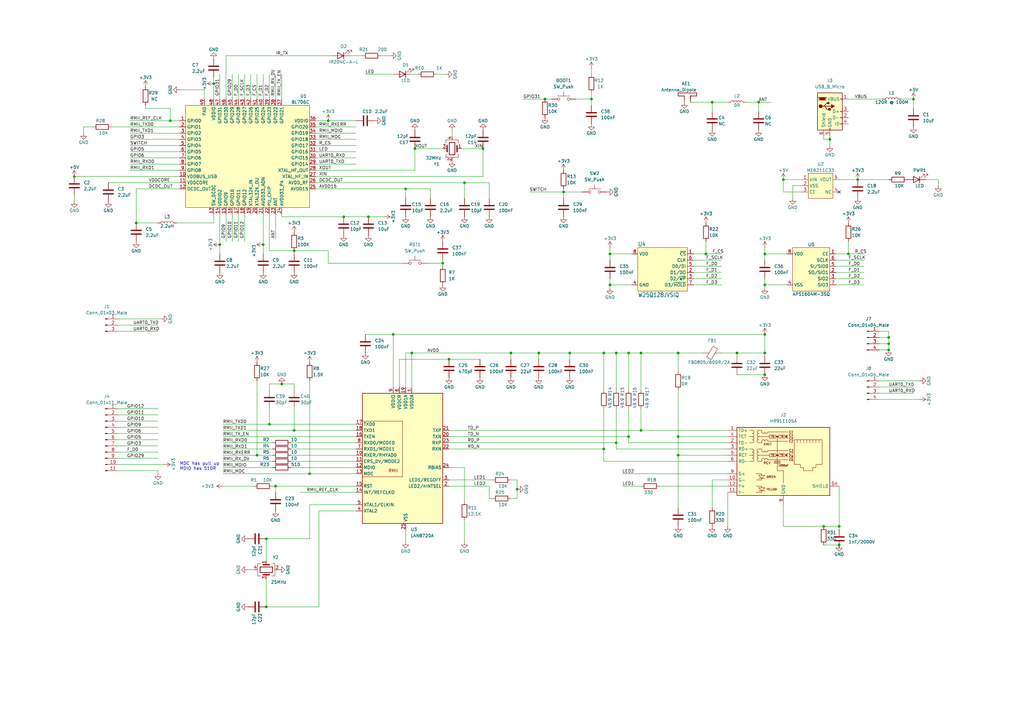
<source format=kicad_sch>
(kicad_sch (version 20211123) (generator eeschema)
  (paper "A3")
  (lib_symbols
    (symbol "BL702 Breakout:ME6211C33"
      (property "Reference" "U" (at 0 6.35 0))
      (property "Value" "ME6211C33" (at 0 -6.35 0))
      (symbol "ME6211C33_1_1"
        (pin power_in line (at -7.62 2.54 0) (length 2.54) (name "VIN") (number "1"))
        (pin passive line (at -7.62 0 0) (length 2.54) (name "VSS") (number "2"))
        (pin passive line (at -7.62 -2.54 0) (length 2.54) (name "CE") (number "3"))
        (pin no_connect line (at 7.62 -2.54 180) (length 2.54) (name "NC") (number "4"))
        (pin power_out line (at 7.62 2.54 180) (length 2.54) (name "VOUT") (number "5"))
      )
    )
    (symbol "BL706_Ethernet:APS1604M-3SQ"
      (property "Reference" "U" (at 0 12.7 0))
      (property "Value" "APS1604M-3SQ" (at 0 -8.89 0))
      (symbol "APS1604M-3SQ_1_1"
        (pin passive line (at 11.43 7.62 180) (length 2.54) (name "CE") (number "1"))
        (pin passive line (at 11.43 0 180) (length 2.54) (name "SO/SIO1") (number "2"))
        (pin passive line (at 11.43 -2.54 180) (length 2.54) (name "SIO2") (number "3"))
        (pin passive line (at -8.89 -5.08 0) (length 2.54) (name "VSS") (number "4"))
        (pin passive line (at 11.43 2.54 180) (length 2.54) (name "SI/SIO0") (number "5"))
        (pin passive line (at 11.43 5.08 180) (length 2.54) (name "SCLK") (number "6"))
        (pin passive line (at 11.43 -5.08 180) (length 2.54) (name "SIO3") (number "7"))
        (pin passive line (at -8.89 7.62 0) (length 2.54) (name "VDD") (number "8"))
      )
    )
    (symbol "BL706_Ethernet:BL706C"
      (property "Reference" "U?" (at 0 29.21 0))
      (property "Value" "BL706C" (at 0 -33.02 0))
      (symbol "BL706C_1_1"
        (pin passive line (at -26.67 12.7 0) (length 2.54) (name "GPIO0") (number "1"))
        (pin passive line (at -26.67 -10.16 0) (length 2.54) (name "VDDBUS_USB") (number "10"))
        (pin passive line (at -26.67 -12.7 0) (length 2.54) (name "VDDCORE") (number "11"))
        (pin passive line (at -26.67 -15.24 0) (length 2.54) (name "DCDC_OUT") (number "12"))
        (pin passive line (at -12.7 -25.4 90) (length 2.54) (name "SW_DCDC") (number "13"))
        (pin passive line (at -10.16 -25.4 90) (length 2.54) (name "VDDIO2") (number "14"))
        (pin passive line (at -7.62 -25.4 90) (length 2.54) (name "GPIO9") (number "15"))
        (pin passive line (at -5.08 -25.4 90) (length 2.54) (name "GPIO10") (number "16"))
        (pin passive line (at -2.54 -25.4 90) (length 2.54) (name "GPIO11") (number "17"))
        (pin passive line (at 0 -25.4 90) (length 2.54) (name "GPIO12") (number "18"))
        (pin passive line (at 2.54 -25.4 90) (length 2.54) (name "XTAL32K_IN") (number "19"))
        (pin passive line (at -26.67 10.16 0) (length 2.54) (name "GPIO1") (number "2"))
        (pin passive line (at 5.08 -25.4 90) (length 2.54) (name "XTAL32K_OU") (number "20"))
        (pin passive line (at 7.62 -25.4 90) (length 2.54) (name "AVDD33_AON") (number "21"))
        (pin passive line (at 10.16 -25.4 90) (length 2.54) (name "PU_CHIP") (number "22"))
        (pin passive line (at 12.7 -25.4 90) (length 2.54) (name "ANT") (number "23"))
        (pin passive line (at 15.24 -25.4 90) (length 2.54) (name "AVDD33_PA") (number "24"))
        (pin passive line (at 29.21 -15.24 180) (length 2.54) (name "AVDD15") (number "25"))
        (pin passive line (at 29.21 -12.7 180) (length 2.54) (name "AVDD_RF") (number "26"))
        (pin passive line (at 29.21 -10.16 180) (length 2.54) (name "XTAL_HF_IN") (number "27"))
        (pin passive line (at 29.21 -7.62 180) (length 2.54) (name "XTAL_HF_OUT") (number "28"))
        (pin passive line (at 29.21 -5.08 180) (length 2.54) (name "GPIO14") (number "29"))
        (pin passive line (at -26.67 7.62 0) (length 2.54) (name "GPIO2") (number "3"))
        (pin passive line (at 29.21 -2.54 180) (length 2.54) (name "GPIO15") (number "30"))
        (pin passive line (at 29.21 0 180) (length 2.54) (name "GPIO16") (number "31"))
        (pin passive line (at 29.21 2.54 180) (length 2.54) (name "GPIO17") (number "32"))
        (pin passive line (at 29.21 5.08 180) (length 2.54) (name "GPIO18") (number "33"))
        (pin passive line (at 29.21 7.62 180) (length 2.54) (name "GPIO19") (number "34"))
        (pin passive line (at 29.21 10.16 180) (length 2.54) (name "GPIO20") (number "35"))
        (pin passive line (at 29.21 12.7 180) (length 2.54) (name "VDDIO") (number "36"))
        (pin passive line (at 15.24 21.59 270) (length 2.54) (name "GPIO21") (number "37"))
        (pin passive line (at 12.7 21.59 270) (length 2.54) (name "GPIO22") (number "38"))
        (pin passive line (at 10.16 21.59 270) (length 2.54) (name "GPIO23") (number "39"))
        (pin passive line (at -26.67 5.08 0) (length 2.54) (name "GPIO3") (number "4"))
        (pin passive line (at 7.62 21.59 270) (length 2.54) (name "GPIO24") (number "40"))
        (pin passive line (at 5.08 21.59 270) (length 2.54) (name "GPIO25") (number "41"))
        (pin passive line (at 2.54 21.59 270) (length 2.54) (name "GPIO26") (number "42"))
        (pin passive line (at 0 21.59 270) (length 2.54) (name "GPIO27") (number "43"))
        (pin passive line (at -2.54 21.59 270) (length 2.54) (name "GPIO28") (number "44"))
        (pin passive line (at -5.08 21.59 270) (length 2.54) (name "GPIO29") (number "45"))
        (pin passive line (at -7.62 21.59 270) (length 2.54) (name "GPIO30") (number "46"))
        (pin passive line (at -10.16 21.59 270) (length 2.54) (name "GPIO31") (number "47"))
        (pin passive line (at -12.7 21.59 270) (length 2.54) (name "VDDIO") (number "48"))
        (pin passive line (at -16.51 21.59 270) (length 2.54) (name "PAD") (number "49"))
        (pin passive line (at -26.67 2.54 0) (length 2.54) (name "GPIO4") (number "5"))
        (pin passive line (at -26.67 0 0) (length 2.54) (name "GPIO5") (number "6"))
        (pin passive line (at -26.67 -2.54 0) (length 2.54) (name "GPIO6") (number "7"))
        (pin passive line (at -26.67 -5.08 0) (length 2.54) (name "GPIO7") (number "8"))
        (pin passive line (at -26.67 -7.62 0) (length 2.54) (name "GPIO8") (number "9"))
      )
    )
    (symbol "BL706_Ethernet:HR911105A"
      (property "Reference" "J" (at 19.05 15.24 0))
      (property "Value" "HR911105A" (at -19.05 15.24 0))
      (symbol "HR911105A_0_0"
        (text "1000pF" (at 0 -1.651 0) (effects (font (size 0.762 0.762))))
        (text "75" (at -4.445 2.54 0) (effects (font (size 0.762 0.762))))
        (text "75" (at -4.445 10.16 0) (effects (font (size 0.762 0.762))))
        (text "75" (at -0.635 2.54 0) (effects (font (size 0.762 0.762))))
        (text "75" (at -0.635 10.16 0) (effects (font (size 0.762 0.762))))
        (text "C1" (at 3.175 12.065 0) (effects (font (size 0.889 0.889))))
        (text "C2" (at 3.175 8.255 0) (effects (font (size 0.889 0.889))))
        (text "C3" (at 3.175 4.445 0) (effects (font (size 0.889 0.889))))
        (text "C4" (at 3.175 10.795 0) (effects (font (size 0.889 0.889))))
        (text "C5" (at 3.175 9.525 0) (effects (font (size 0.889 0.889))))
        (text "C6" (at 3.175 0.635 0) (effects (font (size 0.889 0.889))))
        (text "C7" (at 3.175 3.175 0) (effects (font (size 0.889 0.889))))
        (text "C8" (at 3.175 1.905 0) (effects (font (size 0.889 0.889))))
        (text "GREEN" (at -6.985 -6.35 0) (effects (font (size 0.762 0.762)) (justify left)))
        (text "RCV" (at -8.255 -0.635 0) (effects (font (size 1.016 1.016)) (justify left)))
        (text "XMIT" (at -8.255 6.985 0) (effects (font (size 1.016 1.016)) (justify left)))
        (text "YELLOW" (at -6.985 -11.43 0) (effects (font (size 0.762 0.762)) (justify left)))
      )
      (symbol "HR911105A_1_1"
        (pin passive line (at -22.86 12.7 0) (length 3.81) (name "TD+") (number "1"))
        (pin passive line (at -22.86 -7.62 0) (length 3.81) (name "G-") (number "10"))
        (pin passive line (at -22.86 -12.7 0) (length 3.81) (name "Y-") (number "11"))
        (pin passive line (at -22.86 -10.16 0) (length 3.81) (name "Y+") (number "12"))
        (pin passive line (at -22.86 7.62 0) (length 3.81) (name "TD-") (number "2"))
        (pin passive line (at -22.86 5.08 0) (length 3.81) (name "RD+") (number "3"))
        (pin passive line (at -22.86 10.16 0) (length 3.81) (name "TCT") (number "4"))
        (pin passive line (at -22.86 2.54 0) (length 3.81) (name "RCT") (number "5"))
        (pin passive line (at -22.86 0 0) (length 3.81) (name "RD-") (number "6"))
        (pin no_connect line (at 5.08 -5.08 0) (length 0) hide (name "NC") (number "7"))
        (pin power_in line (at 0 -17.78 90) (length 3.81) (name "GND") (number "8"))
        (pin passive line (at -22.86 -5.08 0) (length 3.81) (name "G+") (number "9"))
        (pin passive line (at 22.86 -10.16 180) (length 3.81) (name "SHIELD") (number "SH"))
      )
    )
    (symbol "Connector:Conn_01x03_Male" (pin_names (offset 1.016) hide)
      (property "Reference" "J" (at 0 5.08 0))
      (property "Value" "Conn_01x03_Male" (at 0 -5.08 0))
      (symbol "Conn_01x03_Male_1_1"
        (pin passive line (at 5.08 2.54 180) (length 3.81) (name "Pin_1") (number "1"))
        (pin passive line (at 5.08 0 180) (length 3.81) (name "Pin_2") (number "2"))
        (pin passive line (at 5.08 -2.54 180) (length 3.81) (name "Pin_3") (number "3"))
      )
    )
    (symbol "Connector:Conn_01x04_Male" (pin_names (offset 1.016) hide)
      (property "Reference" "J" (at 0 5.08 0))
      (property "Value" "Conn_01x04_Male" (at 0 -7.62 0))
      (symbol "Conn_01x04_Male_1_1"
        (pin passive line (at 5.08 2.54 180) (length 3.81) (name "Pin_1") (number "1"))
        (pin passive line (at 5.08 0 180) (length 3.81) (name "Pin_2") (number "2"))
        (pin passive line (at 5.08 -2.54 180) (length 3.81) (name "Pin_3") (number "3"))
        (pin passive line (at 5.08 -5.08 180) (length 3.81) (name "Pin_4") (number "4"))
      )
    )
    (symbol "Connector:Conn_01x11_Male" (pin_names (offset 1.016) hide)
      (property "Reference" "J" (at 0 15.24 0))
      (property "Value" "Conn_01x11_Male" (at 0 -15.24 0))
      (symbol "Conn_01x11_Male_1_1"
        (pin passive line (at 5.08 12.7 180) (length 3.81) (name "Pin_1") (number "1"))
        (pin passive line (at 5.08 -10.16 180) (length 3.81) (name "Pin_10") (number "10"))
        (pin passive line (at 5.08 -12.7 180) (length 3.81) (name "Pin_11") (number "11"))
        (pin passive line (at 5.08 10.16 180) (length 3.81) (name "Pin_2") (number "2"))
        (pin passive line (at 5.08 7.62 180) (length 3.81) (name "Pin_3") (number "3"))
        (pin passive line (at 5.08 5.08 180) (length 3.81) (name "Pin_4") (number "4"))
        (pin passive line (at 5.08 2.54 180) (length 3.81) (name "Pin_5") (number "5"))
        (pin passive line (at 5.08 0 180) (length 3.81) (name "Pin_6") (number "6"))
        (pin passive line (at 5.08 -2.54 180) (length 3.81) (name "Pin_7") (number "7"))
        (pin passive line (at 5.08 -5.08 180) (length 3.81) (name "Pin_8") (number "8"))
        (pin passive line (at 5.08 -7.62 180) (length 3.81) (name "Pin_9") (number "9"))
      )
    )
    (symbol "Connector:USB_B_Micro" (pin_names (offset 1.016))
      (property "Reference" "J" (at -5.08 11.43 0))
      (property "Value" "USB_B_Micro" (at -5.08 8.89 0))
      (symbol "USB_B_Micro_1_1"
        (pin power_out line (at 7.62 5.08 180) (length 2.54) (name "VBUS") (number "1"))
        (pin bidirectional line (at 7.62 -2.54 180) (length 2.54) (name "D-") (number "2"))
        (pin bidirectional line (at 7.62 0 180) (length 2.54) (name "D+") (number "3"))
        (pin passive line (at 7.62 -5.08 180) (length 2.54) (name "ID") (number "4"))
        (pin power_out line (at 0 -10.16 90) (length 2.54) (name "GND") (number "5"))
        (pin passive line (at -2.54 -10.16 90) (length 2.54) (name "Shield") (number "6"))
      )
    )
    (symbol "Device:Antenna_Dipole" (pin_numbers hide) (pin_names (offset 1.016) hide)
      (property "Reference" "AE" (at 1.27 1.27 0))
      (property "Value" "Antenna_Dipole" (at 1.27 0 0))
      (symbol "Antenna_Dipole_1_1"
        (pin input line (at 0 -5.08 90) (length 2.54) (name "~") (number "1"))
        (pin input line (at 2.54 -5.08 90) (length 2.54) (name "~") (number "2"))
      )
    )
    (symbol "Device:C" (pin_numbers hide) (pin_names (offset 0.254))
      (property "Reference" "C" (at 0.635 2.54 0))
      (property "Value" "C" (at 0.635 -2.54 0))
      (symbol "C_1_1"
        (pin passive line (at 0 3.81 270) (length 2.794) (name "~") (number "1"))
        (pin passive line (at 0 -3.81 90) (length 2.794) (name "~") (number "2"))
      )
    )
    (symbol "Device:Crystal_GND24" (pin_names (offset 1.016) hide)
      (property "Reference" "Y" (at 3.175 5.08 0))
      (property "Value" "Crystal_GND24" (at 3.175 3.175 0))
      (symbol "Crystal_GND24_1_1"
        (pin passive line (at -3.81 0 0) (length 1.27) (name "1") (number "1"))
        (pin passive line (at 0 5.08 270) (length 1.27) (name "2") (number "2"))
        (pin passive line (at 3.81 0 180) (length 1.27) (name "3") (number "3"))
        (pin passive line (at 0 -5.08 90) (length 1.27) (name "4") (number "4"))
      )
    )
    (symbol "Device:FerriteBead" (pin_numbers hide) (pin_names (offset 0))
      (property "Reference" "FB" (at -3.81 0.635 90))
      (property "Value" "FerriteBead" (at 3.81 0 90))
      (symbol "FerriteBead_1_1"
        (pin passive line (at 0 3.81 270) (length 2.54) (name "~") (number "1"))
        (pin passive line (at 0 -3.81 90) (length 2.54) (name "~") (number "2"))
      )
    )
    (symbol "Device:L" (pin_numbers hide) (pin_names (offset 1.016) hide)
      (property "Reference" "L" (at -1.27 0 90))
      (property "Value" "L" (at 1.905 0 90))
      (symbol "L_1_1"
        (pin passive line (at 0 3.81 270) (length 1.27) (name "1") (number "1"))
        (pin passive line (at 0 -3.81 90) (length 1.27) (name "2") (number "2"))
      )
    )
    (symbol "Device:LED" (pin_numbers hide) (pin_names (offset 1.016) hide)
      (property "Reference" "D" (at 0 2.54 0))
      (property "Value" "LED" (at 0 -2.54 0))
      (symbol "LED_1_1"
        (pin passive line (at -3.81 0 0) (length 2.54) (name "K") (number "1"))
        (pin passive line (at 3.81 0 180) (length 2.54) (name "A") (number "2"))
      )
    )
    (symbol "Device:R" (pin_numbers hide) (pin_names (offset 0))
      (property "Reference" "R" (at 2.032 0 90))
      (property "Value" "R" (at 0 0 90))
      (symbol "R_1_1"
        (pin passive line (at 0 3.81 270) (length 1.27) (name "~") (number "1"))
        (pin passive line (at 0 -3.81 90) (length 1.27) (name "~") (number "2"))
      )
    )
    (symbol "Interface_Ethernet:LAN8720A"
      (property "Reference" "U" (at -13.97 29.21 0))
      (property "Value" "LAN8720A" (at 15.24 29.21 0))
      (symbol "LAN8720A_0_0"
        (text "RMII" (at -5.08 -3.81 0) (effects (font (size 1.27 1.27))))
      )
      (symbol "LAN8720A_1_1"
        (pin power_in line (at 2.54 30.48 270) (length 2.54) (name "VDD2A") (number "1"))
        (pin output line (at -20.32 2.54 0) (length 2.54) (name "RXER/PHYAD0") (number "10"))
        (pin output line (at -20.32 0 0) (length 2.54) (name "CRS_DV/MODE2") (number "11"))
        (pin bidirectional line (at -20.32 -2.54 0) (length 2.54) (name "MDIO") (number "12"))
        (pin input line (at -20.32 -5.08 0) (length 2.54) (name "MDC") (number "13"))
        (pin output line (at -20.32 -12.7 0) (length 2.54) (name "INT/REFCLKO") (number "14"))
        (pin input line (at -20.32 -10.16 0) (length 2.54) (name "RST") (number "15"))
        (pin input line (at -20.32 10.16 0) (length 2.54) (name "TXEN") (number "16"))
        (pin input line (at -20.32 15.24 0) (length 2.54) (name "TXD0") (number "17"))
        (pin input line (at -20.32 12.7 0) (length 2.54) (name "TXD1") (number "18"))
        (pin power_in line (at 0 30.48 270) (length 2.54) (name "VDD1A") (number "19"))
        (pin bidirectional line (at 17.78 -10.16 180) (length 2.54) (name "LED2/nINTSEL") (number "2"))
        (pin output line (at 17.78 10.16 180) (length 2.54) (name "TXN") (number "20"))
        (pin output line (at 17.78 12.7 180) (length 2.54) (name "TXP") (number "21"))
        (pin output line (at 17.78 5.08 180) (length 2.54) (name "RXN") (number "22"))
        (pin output line (at 17.78 7.62 180) (length 2.54) (name "RXP") (number "23"))
        (pin input line (at 17.78 -2.54 180) (length 2.54) (name "RBIAS") (number "24"))
        (pin power_in line (at 0 -27.94 90) (length 2.54) (name "VSS") (number "25"))
        (pin bidirectional line (at 17.78 -7.62 180) (length 2.54) (name "LED1/REGOFF") (number "3"))
        (pin passive line (at -20.32 -20.32 0) (length 2.54) (name "XTAL2") (number "4"))
        (pin passive line (at -20.32 -17.78 0) (length 2.54) (name "XTAL1/CLKIN") (number "5"))
        (pin power_in line (at -2.54 30.48 270) (length 2.54) (name "VDDCR") (number "6"))
        (pin output line (at -20.32 5.08 0) (length 2.54) (name "RXD1/MODE1") (number "7"))
        (pin output line (at -20.32 7.62 0) (length 2.54) (name "RXD0/MODE0") (number "8"))
        (pin power_in line (at -5.08 30.48 270) (length 2.54) (name "VDDIO") (number "9"))
      )
    )
    (symbol "RP2040_Thing_Plus-eagle-import:W25QXX128MBIT-6X5-SKINNY_CENTER"
      (property "Reference" "U4" (at -10.16 8.128 0))
      (property "Value" "W25Q128JVSIQ" (at -10.16 -12.7 0))
      (symbol "W25QXX128MBIT-6X5-SKINNY_CENTER_1_0"
        (pin bidirectional line (at 12.7 5.08 180) (length 2.54) (name "~{CS}") (number "1"))
        (pin bidirectional line (at 12.7 -2.54 180) (length 2.54) (name "D1/DO") (number "2"))
        (pin bidirectional line (at 12.7 -5.08 180) (length 2.54) (name "D2/~{WP}") (number "3"))
        (pin bidirectional line (at -12.7 -7.62 0) (length 2.54) (name "GND") (number "4"))
        (pin bidirectional line (at 12.7 0 180) (length 2.54) (name "D0/DI") (number "5"))
        (pin bidirectional line (at 12.7 2.54 180) (length 2.54) (name "CLK") (number "6"))
        (pin bidirectional line (at 12.7 -7.62 180) (length 2.54) (name "D3/~{HOLD}") (number "7"))
        (pin bidirectional line (at -12.7 5.08 0) (length 2.54) (name "VDD") (number "8"))
      )
    )
    (symbol "Switch:SW_Push" (pin_numbers hide) (pin_names (offset 1.016) hide)
      (property "Reference" "SW" (at 1.27 2.54 0))
      (property "Value" "SW_Push" (at 0 -1.524 0))
      (symbol "SW_Push_0_1"
        (pin passive line (at -5.08 0 0) (length 2.54) (name "1") (number "1"))
        (pin passive line (at 5.08 0 180) (length 2.54) (name "2") (number "2"))
      )
    )
    (symbol "power:+3.3V" (power) (pin_names (offset 0))
      (property "Value" "+3.3V" (at 0 3.556 0))
      (symbol "+3.3V_1_1"
        (pin power_in line (at 0 0 90) (length 0) hide (name "+3V3") (number "1"))
      )
    )
    (symbol "power:+5V" (power) (pin_names (offset 0))
      (property "Value" "+5V" (at 0 3.556 0))
      (symbol "+5V_1_1"
        (pin power_in line (at 0 0 90) (length 0) hide (name "+5V") (number "1"))
      )
    )
    (symbol "power:GND" (power) (pin_names (offset 0))
      (property "Value" "GND" (at 0 -3.81 0))
      (symbol "GND_1_1"
        (pin power_in line (at 0 0 270) (length 0) hide (name "GND") (number "1"))
      )
    )
  )
  (junction (at 220.98 144.78))
  (junction (at 344.17 223.52))
  (junction (at 313.69 104.14))
  (junction (at 209.55 144.78))
  (junction (at 223.52 40.64))
  (junction (at 321.31 73.66))
  (junction (at 55.88 91.44))
  (junction (at 242.57 40.64))
  (junction (at 69.85 49.53))
  (junction (at 292.1 41.91))
  (junction (at 347.98 104.14))
  (junction (at 278.13 179.07))
  (junction (at 364.49 140.97))
  (junction (at 184.15 147.32))
  (junction (at 115.57 157.48))
  (junction (at 340.36 57.15))
  (junction (at 198.12 60.96))
  (junction (at 110.49 173.99))
  (junction (at 151.13 88.9))
  (junction (at 30.48 72.39))
  (junction (at 257.81 179.07))
  (junction (at 247.65 184.15))
  (junction (at 313.69 116.84))
  (junction (at 250.19 116.84))
  (junction (at 127 194.31))
  (junction (at 212.09 200.66))
  (junction (at 166.37 77.47))
  (junction (at 250.19 104.14))
  (junction (at 120.65 176.53))
  (junction (at 231.14 78.74))
  (junction (at 257.81 144.78))
  (junction (at 105.41 186.69))
  (junction (at 313.69 153.67))
  (junction (at 170.18 60.96))
  (junction (at 161.29 137.16))
  (junction (at 278.13 144.78))
  (junction (at 181.61 107.95))
  (junction (at 302.26 144.78))
  (junction (at 311.15 41.91))
  (junction (at 344.17 215.9))
  (junction (at 252.73 144.78))
  (junction (at 109.22 220.98))
  (junction (at 113.03 199.39))
  (junction (at 247.65 144.78))
  (junction (at 374.65 40.64))
  (junction (at 262.89 144.78))
  (junction (at 107.95 100.33))
  (junction (at 87.63 34.29))
  (junction (at 140.97 88.9))
  (junction (at 364.49 138.43))
  (junction (at 168.91 144.78))
  (junction (at 289.56 104.14))
  (junction (at 109.22 248.92))
  (junction (at 262.89 176.53))
  (junction (at 90.17 100.33))
  (junction (at 190.5 74.93))
  (junction (at 364.49 143.51))
  (junction (at 120.65 102.87))
  (junction (at 252.73 181.61))
  (junction (at 337.82 215.9))
  (junction (at 313.69 137.16))
  (junction (at 351.79 73.66))
  (junction (at 134.62 49.53))
  (junction (at 278.13 186.69))
  (junction (at 233.68 144.78))
  (junction (at 313.69 144.78))
  (no_connect (at 344.17 78.74))
  (wire (pts (xy 302.26 153.67) (xy 313.69 153.67)))
  (wire (pts (xy 48.26 182.88) (xy 64.77 182.88)))
  (wire (pts (xy 129.54 74.93) (xy 190.5 74.93)))
  (wire (pts (xy 113.03 87.63) (xy 113.03 97.79)))
  (wire (pts (xy 198.12 72.39) (xy 198.12 60.96)))
  (wire (pts (xy 110.49 30.48) (xy 110.49 40.64)))
  (wire (pts (xy 252.73 144.78) (xy 252.73 160.02)))
  (wire (pts (xy 344.17 223.52) (xy 344.17 224.79)))
  (wire (pts (xy 55.88 77.47) (xy 55.88 91.44)))
  (wire (pts (xy 250.19 104.14) (xy 250.19 106.68)))
  (wire (pts (xy 231.14 78.74) (xy 238.76 78.74)))
  (wire (pts (xy 129.54 49.53) (xy 134.62 49.53)))
  (wire (pts (xy 190.5 74.93) (xy 200.66 74.93)))
  (wire (pts (xy 127 220.98) (xy 109.22 220.98)))
  (wire (pts (xy 129.54 64.77) (xy 146.05 64.77)))
  (wire (pts (xy 55.88 77.47) (xy 73.66 77.47)))
  (wire (pts (xy 59.69 43.18) (xy 59.69 44.45)))
  (wire (pts (xy 233.68 144.78) (xy 233.68 147.32)))
  (wire (pts (xy 262.89 144.78) (xy 278.13 144.78)))
  (wire (pts (xy 91.44 191.77) (xy 111.76 191.77)))
  (wire (pts (xy 53.34 69.85) (xy 73.66 69.85)))
  (wire (pts (xy 64.77 193.04) (xy 64.77 194.31)))
  (wire (pts (xy 53.34 67.31) (xy 73.66 67.31)))
  (wire (pts (xy 340.36 57.15) (xy 340.36 59.69)))
  (wire (pts (xy 101.6 233.68) (xy 104.14 233.68)))
  (wire (pts (xy 360.68 135.89) (xy 364.49 135.89)))
  (wire (pts (xy 284.48 104.14) (xy 289.56 104.14)))
  (wire (pts (xy 278.13 144.78) (xy 278.13 152.4)))
  (wire (pts (xy 30.48 82.55) (xy 30.48 80.01)))
  (wire (pts (xy 262.89 167.64) (xy 262.89 176.53)))
  (wire (pts (xy 107.95 100.33) (xy 107.95 104.14)))
  (wire (pts (xy 110.49 173.99) (xy 146.05 173.99)))
  (wire (pts (xy 129.54 69.85) (xy 170.18 69.85)))
  (wire (pts (xy 200.66 74.93) (xy 200.66 81.28)))
  (wire (pts (xy 306.07 41.91) (xy 311.15 41.91)))
  (wire (pts (xy 283.21 41.91) (xy 292.1 41.91)))
  (wire (pts (xy 134.62 102.87) (xy 120.65 102.87)))
  (wire (pts (xy 119.38 186.69) (xy 146.05 186.69)))
  (wire (pts (xy 53.34 57.15) (xy 73.66 57.15)))
  (wire (pts (xy 242.57 27.94) (xy 242.57 30.48)))
  (wire (pts (xy 87.63 91.44) (xy 72.39 91.44)))
  (wire (pts (xy 129.54 62.23) (xy 146.05 62.23)))
  (wire (pts (xy 110.49 167.64) (xy 110.49 173.99)))
  (wire (pts (xy 168.91 144.78) (xy 168.91 158.75)))
  (wire (pts (xy 90.17 87.63) (xy 90.17 100.33)))
  (wire (pts (xy 55.88 91.44) (xy 64.77 91.44)))
  (wire (pts (xy 247.65 144.78) (xy 247.65 160.02)))
  (wire (pts (xy 184.15 196.85) (xy 201.93 196.85)))
  (wire (pts (xy 181.61 60.96) (xy 170.18 60.96)))
  (wire (pts (xy 342.9 114.3) (xy 354.33 114.3)))
  (wire (pts (xy 105.41 30.48) (xy 105.41 40.64)))
  (wire (pts (xy 109.22 220.98) (xy 109.22 229.87)))
  (wire (pts (xy 292.1 41.91) (xy 292.1 45.72)))
  (wire (pts (xy 48.26 130.81) (xy 66.04 130.81)))
  (wire (pts (xy 143.51 22.86) (xy 148.59 22.86)))
  (wire (pts (xy 44.45 74.93) (xy 73.66 74.93)))
  (wire (pts (xy 369.57 40.64) (xy 374.65 40.64)))
  (wire (pts (xy 342.9 116.84) (xy 354.33 116.84)))
  (wire (pts (xy 262.89 176.53) (xy 298.45 176.53)))
  (wire (pts (xy 161.29 137.16) (xy 161.29 158.75)))
  (wire (pts (xy 161.29 137.16) (xy 313.69 137.16)))
  (wire (pts (xy 374.65 40.64) (xy 374.65 44.45)))
  (wire (pts (xy 184.15 147.32) (xy 196.85 147.32)))
  (wire (pts (xy 270.51 199.39) (xy 298.45 199.39)))
  (wire (pts (xy 115.57 88.9) (xy 140.97 88.9)))
  (wire (pts (xy 115.57 30.48) (xy 115.57 40.64)))
  (wire (pts (xy 97.79 30.48) (xy 97.79 40.64)))
  (wire (pts (xy 146.05 207.01) (xy 127 207.01)))
  (wire (pts (xy 313.69 116.84) (xy 313.69 114.3)))
  (wire (pts (xy 91.44 179.07) (xy 146.05 179.07)))
  (wire (pts (xy 129.54 54.61) (xy 146.05 54.61)))
  (wire (pts (xy 214.63 40.64) (xy 223.52 40.64)))
  (wire (pts (xy 91.44 199.39) (xy 104.14 199.39)))
  (wire (pts (xy 200.66 199.39) (xy 200.66 204.47)))
  (wire (pts (xy 127 194.31) (xy 146.05 194.31)))
  (wire (pts (xy 190.5 74.93) (xy 190.5 81.28)))
  (wire (pts (xy 91.44 181.61) (xy 111.76 181.61)))
  (wire (pts (xy 231.14 77.47) (xy 231.14 78.74)))
  (wire (pts (xy 212.09 200.66) (xy 212.09 204.47)))
  (wire (pts (xy 284.48 116.84) (xy 295.91 116.84)))
  (wire (pts (xy 252.73 184.15) (xy 252.73 181.61)))
  (wire (pts (xy 233.68 144.78) (xy 247.65 144.78)))
  (wire (pts (xy 236.22 40.64) (xy 242.57 40.64)))
  (wire (pts (xy 166.37 144.78) (xy 168.91 144.78)))
  (wire (pts (xy 184.15 176.53) (xy 262.89 176.53)))
  (wire (pts (xy 48.26 135.89) (xy 64.77 135.89)))
  (wire (pts (xy 364.49 135.89) (xy 364.49 138.43)))
  (wire (pts (xy 53.34 54.61) (xy 73.66 54.61)))
  (wire (pts (xy 120.65 157.48) (xy 120.65 160.02)))
  (wire (pts (xy 90.17 40.64) (xy 90.17 30.48)))
  (wire (pts (xy 257.81 167.64) (xy 257.81 179.07)))
  (wire (pts (xy 313.69 144.78) (xy 313.69 146.05)))
  (wire (pts (xy 337.82 223.52) (xy 344.17 223.52)))
  (wire (pts (xy 48.26 185.42) (xy 64.77 185.42)))
  (wire (pts (xy 129.54 52.07) (xy 146.05 52.07)))
  (wire (pts (xy 166.37 77.47) (xy 176.53 77.47)))
  (wire (pts (xy 302.26 144.78) (xy 313.69 144.78)))
  (wire (pts (xy 311.15 41.91) (xy 316.23 41.91)))
  (wire (pts (xy 92.71 22.86) (xy 92.71 40.64)))
  (wire (pts (xy 384.81 73.66) (xy 379.73 73.66)))
  (wire (pts (xy 38.1 52.07) (xy 34.29 52.07)))
  (wire (pts (xy 134.62 107.95) (xy 165.1 107.95)))
  (wire (pts (xy 360.68 158.75) (xy 374.65 158.75)))
  (wire (pts (xy 48.26 180.34) (xy 64.77 180.34)))
  (wire (pts (xy 360.68 138.43) (xy 364.49 138.43)))
  (wire (pts (xy 185.42 53.34) (xy 185.42 55.88)))
  (wire (pts (xy 288.29 144.78) (xy 278.13 144.78)))
  (wire (pts (xy 115.57 157.48) (xy 120.65 157.48)))
  (wire (pts (xy 48.26 187.96) (xy 64.77 187.96)))
  (wire (pts (xy 242.57 38.1) (xy 242.57 40.64)))
  (wire (pts (xy 149.86 30.48) (xy 161.29 30.48)))
  (wire (pts (xy 119.38 184.15) (xy 146.05 184.15)))
  (wire (pts (xy 110.49 87.63) (xy 110.49 102.87)))
  (wire (pts (xy 130.81 209.55) (xy 146.05 209.55)))
  (wire (pts (xy 168.91 144.78) (xy 209.55 144.78)))
  (wire (pts (xy 184.15 199.39) (xy 200.66 199.39)))
  (wire (pts (xy 184.15 191.77) (xy 190.5 191.77)))
  (wire (pts (xy 134.62 107.95) (xy 134.62 102.87)))
  (wire (pts (xy 184.15 184.15) (xy 247.65 184.15)))
  (wire (pts (xy 325.12 76.2) (xy 325.12 81.28)))
  (wire (pts (xy 48.26 167.64) (xy 64.77 167.64)))
  (wire (pts (xy 250.19 116.84) (xy 250.19 114.3)))
  (wire (pts (xy 111.76 199.39) (xy 113.03 199.39)))
  (wire (pts (xy 209.55 144.78) (xy 220.98 144.78)))
  (wire (pts (xy 344.17 73.66) (xy 351.79 73.66)))
  (wire (pts (xy 48.26 190.5) (xy 67.31 190.5)))
  (wire (pts (xy 83.82 40.64) (xy 83.82 36.83)))
  (wire (pts (xy 129.54 57.15) (xy 146.05 57.15)))
  (wire (pts (xy 322.58 116.84) (xy 313.69 116.84)))
  (wire (pts (xy 289.56 104.14) (xy 289.56 99.06)))
  (wire (pts (xy 168.91 30.48) (xy 171.45 30.48)))
  (wire (pts (xy 284.48 111.76) (xy 295.91 111.76)))
  (wire (pts (xy 223.52 40.64) (xy 226.06 40.64)))
  (wire (pts (xy 337.82 55.88) (xy 337.82 57.15)))
  (wire (pts (xy 252.73 144.78) (xy 257.81 144.78)))
  (wire (pts (xy 250.19 116.84) (xy 250.19 118.11)))
  (wire (pts (xy 284.48 114.3) (xy 295.91 114.3)))
  (wire (pts (xy 342.9 106.68) (xy 354.33 106.68)))
  (wire (pts (xy 364.49 138.43) (xy 364.49 140.97)))
  (wire (pts (xy 127 207.01) (xy 127 220.98)))
  (wire (pts (xy 212.09 204.47) (xy 209.55 204.47)))
  (wire (pts (xy 313.69 137.16) (xy 313.69 144.78)))
  (wire (pts (xy 53.34 64.77) (xy 73.66 64.77)))
  (wire (pts (xy 110.49 160.02) (xy 110.49 157.48)))
  (wire (pts (xy 231.14 78.74) (xy 231.14 81.28)))
  (wire (pts (xy 48.26 172.72) (xy 64.77 172.72)))
  (wire (pts (xy 97.79 87.63) (xy 97.79 99.06)))
  (wire (pts (xy 181.61 106.68) (xy 181.61 107.95)))
  (wire (pts (xy 149.86 137.16) (xy 161.29 137.16)))
  (wire (pts (xy 344.17 215.9) (xy 344.17 217.17)))
  (wire (pts (xy 259.08 116.84) (xy 250.19 116.84)))
  (wire (pts (xy 105.41 186.69) (xy 111.76 186.69)))
  (wire (pts (xy 278.13 179.07) (xy 298.45 179.07)))
  (wire (pts (xy 53.34 49.53) (xy 69.85 49.53)))
  (wire (pts (xy 175.26 107.95) (xy 181.61 107.95)))
  (wire (pts (xy 298.45 201.93) (xy 298.45 215.9)))
  (wire (pts (xy 200.66 204.47) (xy 201.93 204.47)))
  (wire (pts (xy 209.55 144.78) (xy 209.55 147.32)))
  (wire (pts (xy 87.63 31.75) (xy 87.63 34.29)))
  (wire (pts (xy 113.03 199.39) (xy 113.03 201.93)))
  (wire (pts (xy 278.13 160.02) (xy 278.13 179.07)))
  (wire (pts (xy 313.69 104.14) (xy 313.69 106.68)))
  (wire (pts (xy 91.44 176.53) (xy 120.65 176.53)))
  (wire (pts (xy 257.81 144.78) (xy 262.89 144.78)))
  (wire (pts (xy 247.65 144.78) (xy 252.73 144.78)))
  (wire (pts (xy 119.38 191.77) (xy 146.05 191.77)))
  (wire (pts (xy 48.26 175.26) (xy 64.77 175.26)))
  (wire (pts (xy 87.63 34.29) (xy 87.63 40.64)))
  (wire (pts (xy 278.13 186.69) (xy 278.13 208.28)))
  (wire (pts (xy 278.13 179.07) (xy 278.13 186.69)))
  (wire (pts (xy 351.79 73.66) (xy 364.49 73.66)))
  (wire (pts (xy 181.61 107.95) (xy 181.61 109.22)))
  (wire (pts (xy 130.81 248.92) (xy 130.81 209.55)))
  (wire (pts (xy 109.22 248.92) (xy 130.81 248.92)))
  (wire (pts (xy 166.37 217.17) (xy 166.37 222.25)))
  (wire (pts (xy 328.93 78.74) (xy 321.31 78.74)))
  (wire (pts (xy 129.54 72.39) (xy 198.12 72.39)))
  (wire (pts (xy 119.38 189.23) (xy 146.05 189.23)))
  (wire (pts (xy 120.65 176.53) (xy 146.05 176.53)))
  (wire (pts (xy 95.25 87.63) (xy 95.25 99.06)))
  (wire (pts (xy 179.07 30.48) (xy 182.88 30.48)))
  (wire (pts (xy 170.18 69.85) (xy 170.18 60.96)))
  (wire (pts (xy 163.83 158.75) (xy 163.83 147.32)))
  (wire (pts (xy 313.69 104.14) (xy 322.58 104.14)))
  (wire (pts (xy 129.54 67.31) (xy 146.05 67.31)))
  (wire (pts (xy 129.54 77.47) (xy 166.37 77.47)))
  (wire (pts (xy 252.73 181.61) (xy 184.15 181.61)))
  (wire (pts (xy 34.29 52.07) (xy 34.29 54.61)))
  (wire (pts (xy 107.95 87.63) (xy 107.95 100.33)))
  (wire (pts (xy 92.71 22.86) (xy 135.89 22.86)))
  (wire (pts (xy 284.48 109.22) (xy 295.91 109.22)))
  (wire (pts (xy 344.17 199.39) (xy 344.17 215.9)))
  (wire (pts (xy 87.63 87.63) (xy 87.63 91.44)))
  (wire (pts (xy 110.49 102.87) (xy 120.65 102.87)))
  (wire (pts (xy 347.98 104.14) (xy 347.98 99.06)))
  (wire (pts (xy 292.1 208.28) (xy 292.1 196.85)))
  (wire (pts (xy 100.33 40.64) (xy 100.33 30.48)))
  (wire (pts (xy 53.34 59.69) (xy 73.66 59.69)))
  (wire (pts (xy 360.68 140.97) (xy 364.49 140.97)))
  (wire (pts (xy 109.22 237.49) (xy 109.22 248.92)))
  (wire (pts (xy 184.15 179.07) (xy 257.81 179.07)))
  (wire (pts (xy 295.91 144.78) (xy 302.26 144.78)))
  (wire (pts (xy 156.21 22.86) (xy 160.02 22.86)))
  (wire (pts (xy 91.44 189.23) (xy 111.76 189.23)))
  (wire (pts (xy 91.44 194.31) (xy 127 194.31)))
  (wire (pts (xy 257.81 144.78) (xy 257.81 160.02)))
  (wire (pts (xy 190.5 191.77) (xy 190.5 205.74)))
  (wire (pts (xy 321.31 215.9) (xy 337.82 215.9)))
  (wire (pts (xy 252.73 167.64) (xy 252.73 181.61)))
  (wire (pts (xy 302.26 144.78) (xy 302.26 146.05)))
  (wire (pts (xy 250.19 101.6) (xy 250.19 104.14)))
  (wire (pts (xy 102.87 40.64) (xy 102.87 30.48)))
  (wire (pts (xy 360.68 163.83) (xy 377.19 163.83)))
  (wire (pts (xy 48.26 177.8) (xy 64.77 177.8)))
  (wire (pts (xy 190.5 213.36) (xy 190.5 222.25)))
  (wire (pts (xy 347.98 40.64) (xy 361.95 40.64)))
  (wire (pts (xy 217.17 78.74) (xy 231.14 78.74)))
  (wire (pts (xy 247.65 167.64) (xy 247.65 184.15)))
  (wire (pts (xy 321.31 78.74) (xy 321.31 73.66)))
  (wire (pts (xy 166.37 77.47) (xy 166.37 81.28)))
  (wire (pts (xy 59.69 44.45) (xy 69.85 44.45)))
  (wire (pts (xy 48.26 133.35) (xy 64.77 133.35)))
  (wire (pts (xy 91.44 184.15) (xy 111.76 184.15)))
  (wire (pts (xy 107.95 30.48) (xy 107.95 40.64)))
  (wire (pts (xy 364.49 140.97) (xy 364.49 143.51)))
  (wire (pts (xy 105.41 156.21) (xy 105.41 186.69)))
  (wire (pts (xy 163.83 147.32) (xy 184.15 147.32)))
  (wire (pts (xy 53.34 62.23) (xy 73.66 62.23)))
  (wire (pts (xy 91.44 173.99) (xy 110.49 173.99)))
  (wire (pts (xy 100.33 87.63) (xy 100.33 99.06)))
  (wire (pts (xy 242.57 40.64) (xy 242.57 43.18)))
  (wire (pts (xy 257.81 181.61) (xy 298.45 181.61)))
  (wire (pts (xy 313.69 116.84) (xy 313.69 118.11)))
  (wire (pts (xy 321.31 73.66) (xy 328.93 73.66)))
  (wire (pts (xy 321.31 207.01) (xy 321.31 215.9)))
  (wire (pts (xy 289.56 104.14) (xy 295.91 104.14)))
  (wire (pts (xy 347.98 104.14) (xy 354.33 104.14)))
  (wire (pts (xy 298.45 184.15) (xy 252.73 184.15)))
  (wire (pts (xy 337.82 215.9) (xy 344.17 215.9)))
  (wire (pts (xy 342.9 111.76) (xy 354.33 111.76)))
  (wire (pts (xy 113.03 30.48) (xy 113.03 40.64)))
  (wire (pts (xy 69.85 44.45) (xy 69.85 49.53)))
  (wire (pts (xy 262.89 144.78) (xy 262.89 160.02)))
  (wire (pts (xy 120.65 167.64) (xy 120.65 176.53)))
  (wire (pts (xy 48.26 193.04) (xy 64.77 193.04)))
  (wire (pts (xy 311.15 41.91) (xy 311.15 45.72)))
  (wire (pts (xy 140.97 88.9) (xy 151.13 88.9)))
  (wire (pts (xy 328.93 76.2) (xy 325.12 76.2)))
  (wire (pts (xy 364.49 143.51) (xy 360.68 143.51)))
  (wire (pts (xy 250.19 104.14) (xy 259.08 104.14)))
  (wire (pts (xy 127 156.21) (xy 127 194.31)))
  (wire (pts (xy 120.65 102.87) (xy 120.65 104.14)))
  (wire (pts (xy 209.55 196.85) (xy 212.09 196.85)))
  (wire (pts (xy 95.25 40.64) (xy 95.25 30.48)))
  (wire (pts (xy 198.12 60.96) (xy 189.23 60.96)))
  (wire (pts (xy 292.1 196.85) (xy 298.45 196.85)))
  (wire (pts (xy 91.44 186.69) (xy 105.41 186.69)))
  (wire (pts (xy 313.69 101.6) (xy 313.69 104.14)))
  (wire (pts (xy 115.57 88.9) (xy 115.57 87.63)))
  (wire (pts (xy 30.48 72.39) (xy 73.66 72.39)))
  (wire (pts (xy 342.9 109.22) (xy 354.33 109.22)))
  (wire (pts (xy 48.26 170.18) (xy 64.77 170.18)))
  (wire (pts (xy 113.03 199.39) (xy 146.05 199.39)))
  (wire (pts (xy 45.72 52.07) (xy 73.66 52.07)))
  (wire (pts (xy 384.81 76.2) (xy 384.81 73.66)))
  (wire (pts (xy 255.27 194.31) (xy 298.45 194.31)))
  (wire (pts (xy 247.65 189.23) (xy 298.45 189.23)))
  (wire (pts (xy 69.85 49.53) (xy 73.66 49.53)))
  (wire (pts (xy 119.38 181.61) (xy 146.05 181.61)))
  (wire (pts (xy 337.82 57.15) (xy 340.36 57.15)))
  (wire (pts (xy 257.81 179.07) (xy 257.81 181.61)))
  (wire (pts (xy 360.68 161.29) (xy 374.65 161.29)))
  (wire (pts (xy 134.62 49.53) (xy 146.05 49.53)))
  (wire (pts (xy 298.45 41.91) (xy 292.1 41.91)))
  (wire (pts (xy 83.82 36.83) (xy 73.66 36.83)))
  (wire (pts (xy 92.71 87.63) (xy 92.71 99.06)))
  (wire (pts (xy 247.65 184.15) (xy 247.65 189.23)))
  (wire (pts (xy 176.53 77.47) (xy 176.53 81.28)))
  (wire (pts (xy 129.54 59.69) (xy 146.05 59.69)))
  (wire (pts (xy 360.68 156.21) (xy 377.19 156.21)))
  (wire (pts (xy 90.17 100.33) (xy 90.17 104.14)))
  (wire (pts (xy 212.09 196.85) (xy 212.09 200.66)))
  (wire (pts (xy 284.48 106.68) (xy 295.91 106.68)))
  (wire (pts (xy 151.13 88.9) (xy 157.48 88.9)))
  (wire (pts (xy 278.13 186.69) (xy 298.45 186.69)))
  (wire (pts (xy 342.9 104.14) (xy 347.98 104.14)))
  (wire (pts (xy 166.37 158.75) (xy 166.37 144.78)))
  (wire (pts (xy 220.98 144.78) (xy 233.68 144.78)))
  (wire (pts (xy 123.19 201.93) (xy 146.05 201.93)))
  (wire (pts (xy 255.27 199.39) (xy 262.89 199.39)))
  (wire (pts (xy 340.36 55.88) (xy 340.36 57.15)))
  (wire (pts (xy 110.49 157.48) (xy 115.57 157.48)))
  (wire (pts (xy 220.98 144.78) (xy 220.98 147.32)))
  (text "MDC has pull up\nMDIO has 510R\n" (at 73.66 193.04 0) (effects (font (size 1.27 1.27)) (justify left bottom)))
  (label "LED1" (at 194.31 196.85 0))
  (label "LED" (at 149.86 30.48 0))
  (label "SWITCH" (at 53.34 59.69 0))
  (label "ANT" (at 311.15 41.91 0))
  (label "RMII_MDIO" (at 91.44 191.77 0))
  (label "RMII_MDC" (at 91.44 194.31 0))
  (label "RMII_MDIO" (at 130.81 54.61 0))
  (label "F_D3" (at 289.56 116.84 0))
  (label "SWITCH" (at 217.17 78.74 0))
  (label "RMII_RXD1" (at 91.44 184.15 0))
  (label "UART0_RXD" (at 130.81 64.77 0))
  (label "F_D3" (at 347.98 116.84 0))
  (label "VBUS" (at 350.52 40.64 0))
  (label "RMII_TX_EN" (at 115.57 39.37 90))
  (label "RMII_MDC" (at 130.81 57.15 0))
  (label "GPIO31" (at 214.63 40.64 0))
  (label "TD_N" (at 191.77 179.07 0))
  (label "GPIO3" (at 52.07 182.88 0))
  (label "IR_TX" (at 113.03 22.86 0))
  (label "RMII_RXD0" (at 53.34 67.31 0))
  (label "F_CS" (at 292.1 104.14 0))
  (label "F_SCLK" (at 100.33 39.37 90))
  (label "RD_P" (at 191.77 181.61 0))
  (label "RMII_RX_DV" (at 113.03 39.37 90))
  (label "AVDD" (at 175.26 144.78 0))
  (label "LED" (at 130.81 62.23 0))
  (label "RMII_TX_EN" (at 91.44 179.07 0))
  (label "RMII_TXD0" (at 91.44 173.99 0))
  (label "F_D2" (at 289.56 114.3 0))
  (label "UART0_RXD" (at 364.49 161.29 0))
  (label "GPIO9" (at 52.07 175.26 0))
  (label "RMII_RXERR" (at 91.44 186.69 0))
  (label "GPIO10" (at 95.25 97.79 90))
  (label "LED2" (at 194.31 199.39 0))
  (label "ANT" (at 113.03 97.79 90))
  (label "GPIO10" (at 52.07 172.72 0))
  (label "F_D0" (at 347.98 109.22 0))
  (label "RMII_TXD1" (at 53.34 54.61 0))
  (label "GPIO12" (at 52.07 167.64 0))
  (label "R_CS" (at 350.52 104.14 0))
  (label "GPIO6" (at 52.07 177.8 0))
  (label "RMII_REF_CLK" (at 125.73 201.93 0))
  (label "GPIO5" (at 53.34 62.23 0))
  (label "GPIO29" (at 95.25 39.37 90))
  (label "RMII_TXD1" (at 91.44 176.53 0))
  (label "VDDCORE" (at 60.96 74.93 0))
  (label "F_D0" (at 97.79 39.37 90))
  (label "F_D1" (at 107.95 39.37 90))
  (label "F_D0" (at 52.07 185.42 0))
  (label "XOUT" (at 130.81 69.85 0))
  (label "F_D1" (at 347.98 111.76 0))
  (label "RMII_RXD0" (at 91.44 181.61 0))
  (label "F_SCLK" (at 289.56 106.68 0))
  (label "GPIO29" (at 52.07 187.96 0))
  (label "AVDD15" (at 130.81 77.47 0))
  (label "RMII_RX_DV" (at 91.44 189.23 0))
  (label "RMII_RXERR" (at 130.81 52.07 0))
  (label "RMII_RXD1" (at 53.34 69.85 0))
  (label "UART0_TXD" (at 364.49 158.75 0))
  (label "F_SCLK" (at 347.98 106.68 0))
  (label "GPIO12" (at 100.33 97.79 90))
  (label "GPIO11" (at 97.79 97.79 90))
  (label "F_D3" (at 102.87 39.37 90))
  (label "RMII_REF_CLK" (at 53.34 49.53 0))
  (label "GPIO11" (at 52.07 170.18 0))
  (label "XIN" (at 198.12 60.96 180))
  (label "UART0_TXD" (at 54.61 133.35 0))
  (label "F_D2" (at 110.49 39.37 90))
  (label "F_D0" (at 289.56 109.22 0))
  (label "GPIO9" (at 92.71 97.79 90))
  (label "GPIO6" (at 53.34 64.77 0))
  (label "GPIO3" (at 53.34 57.15 0))
  (label "UART0_RXD" (at 54.61 135.89 0))
  (label "GPIO5" (at 52.07 180.34 0))
  (label "F_D2" (at 347.98 114.3 0))
  (label "RMII_TXD0" (at 53.34 52.07 0))
  (label "DCDC_OUT" (at 60.96 77.47 0))
  (label "UART0_TXD" (at 130.81 67.31 0))
  (label "DCDC_OUT" (at 130.81 74.93 0))
  (label "R_CS" (at 130.81 59.69 0))
  (label "LED1" (at 255.27 199.39 0))
  (label "RD_N" (at 191.77 184.15 0))
  (label "XIN" (at 130.81 72.39 0))
  (label "LED2" (at 255.27 194.31 0))
  (label "XOUT" (at 175.26 60.96 180))
  (label "F_CS" (at 105.41 39.37 90))
  (label "F_D1" (at 289.56 111.76 0))
  (label "GPIO31" (at 90.17 39.37 90))
  (label "TD_P" (at 191.77 176.53 0))
  (symbol (lib_id "Switch:SW_Push") (at 170.18 107.95 0) (unit 1)
    (property "Reference" "RST1" (at 170.18 100.33 0))
    (property "Value" "SW_Push" (at 170.18 102.87 0))
    (property "Footprint" "Button_Switch_SMD:SW_SPST_EVQPE1" (effects hide))
    (property "LCSC PN" "C720477" (effects hide))
  )
  (symbol (lib_id "power:+5V") (at 321.31 73.66 0) (unit 1)
    (property "Reference" "#PWR027" (effects hide))
    (property "Value" "+5V" (at 321.31 69.85 0))
  )
  (symbol (lib_id "power:+3.3V") (at 90.17 100.33 90) (unit 1)
    (property "Reference" "#PWR015" (effects hide))
    (property "Value" "+3.3V" (at 86.36 100.33 0))
  )
  (symbol (lib_id "power:GND") (at 298.45 215.9 0) (unit 1)
    (property "Reference" "#PWR071" (effects hide))
    (property "Value" "GND" (at 298.45 219.71 0))
  )
  (symbol (lib_id "Device:C") (at 30.48 76.2 0) (unit 1)
    (property "Reference" "C2" (at 34.29 74.9299 0) (effects (justify left)))
    (property "Value" "2.2uF" (at 34.29 77.4699 0) (effects (justify left)))
    (property "Footprint" "Capacitor_SMD:C_0402_1005Metric" (effects hide))
    (property "LCSC PN" "C12530" (effects hide))
  )
  (symbol (lib_id "Device:C") (at 105.41 220.98 270) (unit 1)
    (property "Reference" "C21" (at 106.68 223.52 0) (effects (justify left)))
    (property "Value" "12pF" (at 104.14 223.52 0) (effects (justify left)))
    (property "Footprint" "Capacitor_SMD:C_0402_1005Metric" (effects hide))
    (property "LCSC PN" "C1547" (effects hide))
  )
  (symbol (lib_id "power:+3.3V") (at 157.48 88.9 270) (unit 1)
    (property "Reference" "#PWR026" (effects hide))
    (property "Value" "+3.3V" (at 161.29 88.9 0))
  )
  (symbol (lib_id "Device:FerriteBead") (at 292.1 144.78 90) (unit 1)
    (property "Reference" "FB1" (at 292.1 139.7 90))
    (property "Value" "FB0805/600R/2A" (at 290.83 148.59 90))
    (property "Footprint" "Inductor_SMD:L_0805_2012Metric" (effects hide))
    (property "LCSC" "C304329" (effects hide))
  )
  (symbol (lib_id "Device:C") (at 149.86 49.53 270) (unit 1)
    (property "Reference" "C10" (at 148.59 45.72 90) (effects (justify left)))
    (property "Value" "2.2uF" (at 153.67 45.72 90) (effects (justify left)))
    (property "Footprint" "Capacitor_SMD:C_0402_1005Metric" (effects hide))
    (property "LCSC PN" "C12530" (effects hide))
  )
  (symbol (lib_id "power:GND") (at 190.5 222.25 0) (unit 1)
    (property "Reference" "#PWR048" (effects hide))
    (property "Value" "GND" (at 190.5 226.06 0))
  )
  (symbol (lib_id "power:GND") (at 185.42 66.04 0) (unit 1)
    (property "Reference" "#PWR033" (effects hide))
    (property "Value" "GND" (at 185.42 69.85 0))
  )
  (symbol (lib_id "Device:L") (at 302.26 41.91 90) (unit 1)
    (property "Reference" "L2" (at 302.26 39.37 90))
    (property "Value" "0R" (at 302.26 43.18 90))
    (property "Footprint" "Inductor_SMD:L_0402_1005Metric" (effects hide))
  )
  (symbol (lib_id "power:GND") (at 166.37 222.25 0) (unit 1)
    (property "Reference" "#PWR044" (effects hide))
    (property "Value" "GND" (at 166.37 226.06 0))
  )
  (symbol (lib_id "power:+3.3V") (at 250.19 101.6 0) (unit 1)
    (property "Reference" "#PWR068" (effects hide))
    (property "Value" "+3.3V" (at 250.19 97.79 0))
  )
  (symbol (lib_id "Device:Crystal_GND24") (at 109.22 233.68 270) (unit 1)
    (property "Reference" "Y2" (at 113.03 228.6 90))
    (property "Value" "25MHz" (at 114.3 238.76 90))
    (property "Footprint" "Crystal:Crystal_SMD_3225-4Pin_3.2x2.5mm" (effects hide))
    (property "LCSC PN" "C9006" (effects hide))
  )
  (symbol (lib_id "Device:C") (at 313.69 110.49 0) (unit 1)
    (property "Reference" "C36" (at 317.5 109.2199 0) (effects (justify left)))
    (property "Value" "100nF" (at 317.5 111.7599 0) (effects (justify left)))
    (property "Footprint" "Capacitor_SMD:C_0402_1005Metric" (effects hide))
    (property "LCSC PN" "C307331" (effects hide))
  )
  (symbol (lib_id "power:+3.3V") (at 347.98 91.44 0) (unit 1)
    (property "Reference" "#PWR074" (effects hide))
    (property "Value" "+3.3V" (at 347.98 87.63 0))
  )
  (symbol (lib_id "Device:C") (at 311.15 49.53 0) (unit 1)
    (property "Reference" "C6" (at 313.69 48.26 0) (effects (justify left)))
    (property "Value" "NC" (at 313.69 50.8 0) (effects (justify left)))
    (property "Footprint" "Capacitor_SMD:C_0402_1005Metric" (effects hide))
  )
  (symbol (lib_id "Device:C") (at 151.13 92.71 0) (unit 1)
    (property "Reference" "C13" (at 154.94 91.4399 0) (effects (justify left)))
    (property "Value" "10uF" (at 154.94 93.9799 0) (effects (justify left)))
    (property "Footprint" "Capacitor_SMD:C_0603_1608Metric" (effects hide))
    (property "LCSC PN" "C96446" (effects hide))
  )
  (symbol (lib_id "power:+3.3V") (at 59.69 35.56 0) (unit 1)
    (property "Reference" "#PWR081" (effects hide))
    (property "Value" "+3.3V" (at 59.69 31.75 0))
  )
  (symbol (lib_id "power:GND") (at 250.19 118.11 0) (unit 1)
    (property "Reference" "#PWR069" (effects hide))
    (property "Value" "GND" (at 250.19 121.92 0))
  )
  (symbol (lib_id "power:+3.3V") (at 120.65 95.25 0) (unit 1)
    (property "Reference" "#PWR022" (effects hide))
    (property "Value" "+3.3V" (at 120.65 91.44 0))
  )
  (symbol (lib_id "Device:R") (at 257.81 163.83 0) (unit 1)
    (property "Reference" "R16" (at 260.35 162.56 90) (effects (justify left)))
    (property "Value" "49.9" (at 260.35 167.64 90) (effects (justify left)))
    (property "Footprint" "Resistor_SMD:R_0402_1005Metric" (effects hide))
  )
  (symbol (lib_id "power:GND") (at 292.1 215.9 0) (unit 1)
    (property "Reference" "#PWR059" (effects hide))
    (property "Value" "GND" (at 292.1 219.71 0))
  )
  (symbol (lib_id "Device:R") (at 292.1 212.09 0) (unit 1)
    (property "Reference" "R20" (at 293.37 210.82 0) (effects (justify left)))
    (property "Value" "330" (at 293.37 213.36 0) (effects (justify left)))
    (property "Footprint" "Resistor_SMD:R_0402_1005Metric" (effects hide))
    (property "LCSC PN" "C25123" (effects hide))
  )
  (symbol (lib_id "Device:C") (at 166.37 85.09 0) (unit 1)
    (property "Reference" "C15" (at 168.91 83.82 0) (effects (justify left)))
    (property "Value" "10pF" (at 168.91 86.36 0) (effects (justify left)))
    (property "Footprint" "Capacitor_SMD:C_0402_1005Metric" (effects hide))
    (property "LCSC PN" "C32949" (effects hide))
  )
  (symbol (lib_id "Device:C") (at 351.79 77.47 0) (unit 1)
    (property "Reference" "C18" (at 355.6 76.1999 0) (effects (justify left)))
    (property "Value" "2.2uF" (at 355.6 78.7399 0) (effects (justify left)))
    (property "Footprint" "Capacitor_SMD:C_0402_1005Metric" (effects hide))
    (property "LCSC PN" "C12530" (effects hide))
  )
  (symbol (lib_id "BL706_Ethernet:HR911105A") (at 321.31 189.23 0) (unit 1)
    (property "Reference" "J2" (at 321.31 170.18 0))
    (property "Value" "HR911105A" (at 321.31 172.72 0))
    (property "Footprint" "USB A SMD PAD:HR911105A" (effects hide))
    (property "LCSC" "C12074" (effects hide))
  )
  (symbol (lib_id "power:GND") (at 120.65 111.76 0) (unit 1)
    (property "Reference" "#PWR023" (effects hide))
    (property "Value" "GND" (at 120.65 115.57 0))
  )
  (symbol (lib_id "power:GND") (at 149.86 144.78 0) (unit 1)
    (property "Reference" "#PWR038" (effects hide))
    (property "Value" "GND" (at 149.86 148.59 0))
  )
  (symbol (lib_id "power:GND") (at 280.67 41.91 0) (unit 1)
    (property "Reference" "#PWR036" (effects hide))
    (property "Value" "GND" (at 280.67 45.72 0))
  )
  (symbol (lib_id "power:+3.3V") (at 242.57 27.94 0) (unit 1)
    (property "Reference" "#PWR076" (effects hide))
    (property "Value" "+3.3V" (at 242.57 24.13 0))
  )
  (symbol (lib_id "power:GND") (at 160.02 22.86 90) (unit 1)
    (property "Reference" "#PWR066" (effects hide))
    (property "Value" "GND" (at 163.83 22.86 0))
  )
  (symbol (lib_id "Device:R") (at 59.69 39.37 180) (unit 1)
    (property "Reference" "R29" (at 64.77 38.1 0) (effects (justify left)))
    (property "Value" "NC" (at 64.77 40.64 0) (effects (justify left)))
    (property "Footprint" "Resistor_SMD:R_0402_1005Metric" (effects hide))
  )
  (symbol (lib_id "power:GND") (at 223.52 48.26 0) (unit 1)
    (property "Reference" "#PWR062" (effects hide))
    (property "Value" "GND" (at 223.52 52.07 0))
  )
  (symbol (lib_id "Device:R") (at 115.57 191.77 90) (unit 1)
    (property "Reference" "R23" (at 110.49 190.5 90) (effects (justify left)))
    (property "Value" "510" (at 123.19 190.5 90) (effects (justify left)))
    (property "Footprint" "Resistor_SMD:R_0402_1005Metric" (effects hide))
  )
  (symbol (lib_id "power:GND") (at 182.88 30.48 90) (unit 1)
    (property "Reference" "#PWR045" (effects hide))
    (property "Value" "GND" (at 186.69 30.48 0))
  )
  (symbol (lib_id "power:GND") (at 198.12 53.34 180) (unit 1)
    (property "Reference" "#PWR028" (effects hide))
    (property "Value" "GND" (at 198.12 49.53 0))
  )
  (symbol (lib_id "power:GND") (at 374.65 52.07 0) (unit 1)
    (property "Reference" "#PWR064" (effects hide))
    (property "Value" "GND" (at 374.65 55.88 0))
  )
  (symbol (lib_id "power:+3.3V") (at 127 148.59 0) (unit 1)
    (property "Reference" "#PWR032" (effects hide))
    (property "Value" "+3.3V" (at 127 144.78 0))
  )
  (symbol (lib_id "power:GND") (at 325.12 81.28 0) (unit 1)
    (property "Reference" "#PWR030" (effects hide))
    (property "Value" "GND" (at 325.12 85.09 0))
  )
  (symbol (lib_id "power:GND") (at 364.49 143.51 0) (unit 1)
    (property "Reference" "#PWR077" (effects hide))
    (property "Value" "GND" (at 364.49 147.32 0))
  )
  (symbol (lib_id "Device:C") (at 190.5 85.09 0) (unit 1)
    (property "Reference" "C19" (at 193.04 83.82 0) (effects (justify left)))
    (property "Value" "10pF" (at 193.04 86.36 0) (effects (justify left)))
    (property "Footprint" "Capacitor_SMD:C_0402_1005Metric" (effects hide))
    (property "LCSC PN" "C32949" (effects hide))
  )
  (symbol (lib_id "Device:C") (at 105.41 248.92 270) (unit 1)
    (property "Reference" "C22" (at 106.68 251.46 0) (effects (justify left)))
    (property "Value" "12pF" (at 104.14 251.46 0) (effects (justify left)))
    (property "Footprint" "Capacitor_SMD:C_0402_1005Metric" (effects hide))
  )
  (symbol (lib_id "Device:LED") (at 139.7 22.86 180) (unit 1)
    (property "Reference" "D2" (at 140.97 19.05 0))
    (property "Value" "IR204C-A-L" (at 140.97 25.4 0))
    (property "Footprint" "LED_THT:LED_D3.0mm_Horizontal_O3.81mm_Z2.0mm" (effects hide))
    (property "LCSC PN" "C98863" (effects hide))
  )
  (symbol (lib_id "Device:C") (at 44.45 78.74 0) (unit 1)
    (property "Reference" "C3" (at 48.26 77.4699 0) (effects (justify left)))
    (property "Value" "2.2uF" (at 48.26 80.0099 0) (effects (justify left)))
    (property "Footprint" "Capacitor_SMD:C_0402_1005Metric" (effects hide))
    (property "LCSC PN" "C12530" (effects hide))
  )
  (symbol (lib_id "Device:R") (at 242.57 34.29 180) (unit 1)
    (property "Reference" "R12" (at 247.65 33.02 0) (effects (justify left)))
    (property "Value" "1K" (at 247.65 35.56 0) (effects (justify left)))
    (property "Footprint" "Resistor_SMD:R_0402_1005Metric" (effects hide))
    (property "LCSC PN" "C11702" (effects hide))
  )
  (symbol (lib_id "Device:C") (at 344.17 220.98 0) (unit 1)
    (property "Reference" "C34" (at 347.98 219.7099 0) (effects (justify left)))
    (property "Value" "1nF/2000V" (at 347.98 222.2499 0) (effects (justify left)))
    (property "Footprint" "Capacitor_SMD:C_1206_3216Metric" (effects hide))
  )
  (symbol (lib_id "Device:C") (at 140.97 92.71 0) (unit 1)
    (property "Reference" "C12" (at 143.51 91.44 0) (effects (justify left)))
    (property "Value" "10pF" (at 143.51 93.98 0) (effects (justify left)))
    (property "Footprint" "Capacitor_SMD:C_0402_1005Metric" (effects hide))
    (property "LCSC PN" "C32949" (effects hide))
  )
  (symbol (lib_id "power:+3.3V") (at 87.63 34.29 90) (unit 1)
    (property "Reference" "#PWR014" (effects hide))
    (property "Value" "+3.3V" (at 83.82 34.29 0))
  )
  (symbol (lib_id "power:GND") (at 377.19 156.21 90) (unit 1)
    (property "Reference" "#PWR078" (effects hide))
    (property "Value" "GND" (at 381 156.21 0))
  )
  (symbol (lib_id "Device:L") (at 365.76 40.64 90) (unit 1)
    (property "Reference" "L1" (at 365.76 38.1 90))
    (property "Value" "120R @ 100M" (at 365.76 41.91 90))
    (property "Footprint" "Inductor_SMD:L_0603_1608Metric" (effects hide))
    (property "LCSC PN" "C42102" (effects hide))
  )
  (symbol (lib_id "Device:C") (at 110.49 163.83 0) (unit 1)
    (property "Reference" "C39" (at 113.03 162.56 0) (effects (justify left)))
    (property "Value" "30pF" (at 113.03 165.1 0) (effects (justify left)))
    (property "Footprint" "Capacitor_SMD:C_0402_1005Metric" (effects hide))
  )
  (symbol (lib_id "power:GND") (at 292.1 53.34 0) (unit 1)
    (property "Reference" "#PWR09" (effects hide))
    (property "Value" "GND" (at 292.1 57.15 0))
  )
  (symbol (lib_id "RP2040_Thing_Plus-eagle-import:W25QXX128MBIT-6X5-SKINNY_CENTER") (at 271.78 109.22 0) (unit 1)
    (property "Reference" "U4" (at 261.62 101.092 0) (effects (font (size 1.778 1.5113)) (justify left bottom)))
    (property "Value" "W25Q128JVSIQ" (at 261.62 121.92 0) (effects (font (size 1.778 1.5113)) (justify left bottom)))
    (property "Footprint" "Package_SO:SOIC-8_5.275x5.275mm_P1.27mm" (effects hide))
    (property "LCSC" "C97521" (effects hide))
  )
  (symbol (lib_id "power:GND") (at 101.6 233.68 270) (unit 1)
    (property "Reference" "#PWR011" (effects hide))
    (property "Value" "GND" (at 97.79 233.68 0))
  )
  (symbol (lib_id "BL702 Breakout:ME6211C33") (at 336.55 76.2 0) (unit 1)
    (property "Reference" "U2" (at 336.55 67.31 0))
    (property "Value" "ME6211C33" (at 336.55 69.85 0))
    (property "Footprint" "Package_TO_SOT_SMD:SOT-23-5" (effects hide))
    (property "LCSC PN" "C82942" (effects hide))
  )
  (symbol (lib_id "power:GND") (at 351.79 81.28 0) (unit 1)
    (property "Reference" "#PWR041" (effects hide))
    (property "Value" "GND" (at 351.79 85.09 0))
  )
  (symbol (lib_id "BL706_Ethernet:APS1604M-3SQ") (at 331.47 111.76 0) (unit 1)
    (property "Reference" "U5" (at 332.74 100.33 0))
    (property "Value" "APS1604M-3SQ" (at 332.74 120.65 0))
    (property "Footprint" "Package_SO:SOP-8_3.9x4.9mm_P1.27mm" (effects hide))
  )
  (symbol (lib_id "Device:R") (at 205.74 204.47 90) (unit 1)
    (property "Reference" "R25" (at 207.01 201.93 90) (effects (justify left)))
    (property "Value" "10K" (at 208.28 207.01 90) (effects (justify left)))
    (property "Footprint" "Resistor_SMD:R_0402_1005Metric" (effects hide))
    (property "LCSC PN" "C25744" (effects hide))
  )
  (symbol (lib_id "Device:C") (at 198.12 57.15 180) (unit 1)
    (property "Reference" "C14" (at 195.58 58.42 0) (effects (justify left)))
    (property "Value" "12pF" (at 195.58 55.88 0) (effects (justify left)))
    (property "Footprint" "Capacitor_SMD:C_0402_1005Metric" (effects hide))
    (property "LCSC PN" "C1547" (effects hide))
  )
  (symbol (lib_id "power:GND") (at 151.13 96.52 0) (unit 1)
    (property "Reference" "#PWR025" (effects hide))
    (property "Value" "GND" (at 151.13 100.33 0))
  )
  (symbol (lib_id "Device:R") (at 337.82 219.71 0) (unit 1)
    (property "Reference" "R31" (at 339.09 218.44 0) (effects (justify left)))
    (property "Value" "330" (at 339.09 220.98 0) (effects (justify left)))
    (property "Footprint" "Resistor_SMD:R_0402_1005Metric" (effects hide))
    (property "LCSC PN" "C25123" (effects hide))
  )
  (symbol (lib_id "Device:R") (at 120.65 99.06 0) (unit 1)
    (property "Reference" "R3" (at 121.92 97.79 0) (effects (justify left)))
    (property "Value" "100K" (at 121.92 100.33 0) (effects (justify left)))
    (property "Footprint" "Resistor_SMD:R_0402_1005Metric" (effects hide))
    (property "LCSC PN" "C25744" (effects hide))
  )
  (symbol (lib_id "Device:R") (at 181.61 113.03 180) (unit 1)
    (property "Reference" "R7" (at 186.69 111.76 0) (effects (justify left)))
    (property "Value" "1K" (at 186.69 114.3 0) (effects (justify left)))
    (property "Footprint" "Resistor_SMD:R_0402_1005Metric" (effects hide))
    (property "LCSC PN" "C11702" (effects hide))
  )
  (symbol (lib_id "Device:Antenna_Dipole") (at 283.21 36.83 0) (mirror y) (unit 1)
    (property "Reference" "AE1" (at 283.21 34.29 0) (effects (justify left)))
    (property "Value" "Antenna_Dipole" (at 285.75 36.83 0) (effects (justify left)))
    (property "Footprint" "RF_Antenna:Texas_SWRA117D_2.4GHz_Right" (effects hide))
  )
  (symbol (lib_id "Device:LED") (at 165.1 30.48 180) (unit 1)
    (property "Reference" "D1" (at 166.37 26.67 0))
    (property "Value" "LED" (at 166.37 33.02 0))
    (property "Footprint" "LED_SMD:LED_0603_1608Metric" (effects hide))
    (property "LCSC PN" "C434420" (effects hide))
  )
  (symbol (lib_id "power:+3.3V") (at 351.79 73.66 0) (unit 1)
    (property "Reference" "#PWR040" (effects hide))
    (property "Value" "+3.3V" (at 351.79 69.85 0))
  )
  (symbol (lib_id "Device:C") (at 220.98 151.13 0) (unit 1)
    (property "Reference" "C28" (at 224.79 149.8599 0) (effects (justify left)))
    (property "Value" "100nF" (at 224.79 152.3999 0) (effects (justify left)))
    (property "Footprint" "Capacitor_SMD:C_0402_1005Metric" (effects hide))
    (property "LCSC PN" "C307331" (effects hide))
  )
  (symbol (lib_id "BL706_Ethernet:BL706C") (at 100.33 62.23 0) (unit 1)
    (property "Reference" "U1" (at 124.46 39.37 0))
    (property "Value" "BL706C" (at 123.19 41.91 0))
    (property "Footprint" "Package_DFN_QFN:QFN-48-1EP_6x6mm_P0.4mm_EP4.3x4.3mm" (effects hide))
  )
  (symbol (lib_id "power:+3.3V") (at 107.95 100.33 90) (unit 1)
    (property "Reference" "#PWR018" (effects hide))
    (property "Value" "+3.3V" (at 104.14 102.87 0))
  )
  (symbol (lib_id "Device:R") (at 347.98 95.25 0) (unit 1)
    (property "Reference" "R26" (at 349.25 93.98 0) (effects (justify left)))
    (property "Value" "10K" (at 349.25 96.52 0) (effects (justify left)))
    (property "Footprint" "Resistor_SMD:R_0402_1005Metric" (effects hide))
    (property "LCSC PN" "C25744" (effects hide))
  )
  (symbol (lib_id "power:GND") (at 176.53 88.9 0) (unit 1)
    (property "Reference" "#PWR035" (effects hide))
    (property "Value" "GND" (at 176.53 92.71 0))
  )
  (symbol (lib_id "Device:C") (at 90.17 107.95 0) (unit 1)
    (property "Reference" "C8" (at 92.71 106.68 0) (effects (justify left)))
    (property "Value" "2.2uF" (at 92.71 109.22 0) (effects (justify left)))
    (property "Footprint" "Capacitor_SMD:C_0402_1005Metric" (effects hide))
    (property "LCSC PN" "C12530" (effects hide))
  )
  (symbol (lib_id "Device:R") (at 115.57 181.61 90) (unit 1)
    (property "Reference" "R2" (at 110.49 180.34 90) (effects (justify left)))
    (property "Value" "10" (at 121.92 180.34 90) (effects (justify left)))
    (property "Footprint" "Resistor_SMD:R_0402_1005Metric" (effects hide))
  )
  (symbol (lib_id "Device:C") (at 87.63 27.94 0) (unit 1)
    (property "Reference" "C7" (at 78.74 26.67 0) (effects (justify left)))
    (property "Value" "2.2uF" (at 78.74 29.21 0) (effects (justify left)))
    (property "Footprint" "Capacitor_SMD:C_0402_1005Metric" (effects hide))
    (property "LCSC PN" "C12530" (effects hide))
  )
  (symbol (lib_id "Connector:Conn_01x11_Male") (at 43.18 180.34 0) (unit 1)
    (property "Reference" "J4" (at 43.815 162.56 0))
    (property "Value" "Conn_01x11_Male" (at 43.815 165.1 0))
    (property "Footprint" "Connector_PinSocket_2.54mm:PinSocket_1x11_P2.54mm_Vertical" (effects hide))
  )
  (symbol (lib_id "power:GND") (at 278.13 215.9 0) (unit 1)
    (property "Reference" "#PWR058" (effects hide))
    (property "Value" "GND" (at 278.13 219.71 0))
  )
  (symbol (lib_id "Device:LED") (at 375.92 73.66 180) (unit 1)
    (property "Reference" "PWR1" (at 377.19 69.85 0))
    (property "Value" "LED" (at 377.19 76.2 0))
    (property "Footprint" "LED_SMD:LED_0603_1608Metric" (effects hide))
    (property "LCSC PN" "C434420" (effects hide))
  )
  (symbol (lib_id "power:GND") (at 114.3 233.68 90) (unit 1)
    (property "Reference" "#PWR029" (effects hide))
    (property "Value" "GND" (at 118.11 233.68 0))
  )
  (symbol (lib_id "Device:C") (at 278.13 212.09 0) (unit 1)
    (property "Reference" "C31" (at 281.94 210.8199 0) (effects (justify left)))
    (property "Value" "100nF" (at 281.94 213.3599 0) (effects (justify left)))
    (property "Footprint" "Capacitor_SMD:C_0402_1005Metric" (effects hide))
    (property "LCSC PN" "C307331" (effects hide))
  )
  (symbol (lib_id "power:GND") (at 311.15 53.34 0) (unit 1)
    (property "Reference" "#PWR012" (effects hide))
    (property "Value" "GND" (at 311.15 57.15 0))
  )
  (symbol (lib_id "power:GND") (at 90.17 111.76 0) (unit 1)
    (property "Reference" "#PWR016" (effects hide))
    (property "Value" "GND" (at 90.17 115.57 0))
  )
  (symbol (lib_id "power:+3.3V") (at 134.62 49.53 0) (unit 1)
    (property "Reference" "#PWR037" (effects hide))
    (property "Value" "+3.3V" (at 134.62 45.72 0))
  )
  (symbol (lib_id "Device:R") (at 231.14 73.66 0) (unit 1)
    (property "Reference" "R13" (at 232.41 72.39 0) (effects (justify left)))
    (property "Value" "10K" (at 232.41 74.93 0) (effects (justify left)))
    (property "Footprint" "Resistor_SMD:R_0402_1005Metric" (effects hide))
    (property "LCSC PN" "C25744" (effects hide))
  )
  (symbol (lib_id "Switch:SW_Push") (at 231.14 40.64 0) (unit 1)
    (property "Reference" "BOOT1" (at 231.14 33.02 0))
    (property "Value" "SW_Push" (at 231.14 35.56 0))
    (property "Footprint" "Button_Switch_SMD:SW_SPST_EVQPE1" (effects hide))
    (property "LCSC PN" "C720477" (effects hide))
  )
  (symbol (lib_id "power:GND") (at 113.03 209.55 0) (unit 1)
    (property "Reference" "#PWR021" (effects hide))
    (property "Value" "GND" (at 113.03 213.36 0))
  )
  (symbol (lib_id "Device:R") (at 289.56 95.25 0) (unit 1)
    (property "Reference" "R22" (at 290.83 93.98 0) (effects (justify left)))
    (property "Value" "10K" (at 290.83 96.52 0) (effects (justify left)))
    (property "Footprint" "Resistor_SMD:R_0402_1005Metric" (effects hide))
    (property "LCSC PN" "C25744" (effects hide))
  )
  (symbol (lib_id "power:+5V") (at 30.48 72.39 0) (unit 1)
    (property "Reference" "#PWR06" (effects hide))
    (property "Value" "+5V" (at 30.48 68.58 0))
  )
  (symbol (lib_id "Device:R") (at 115.57 186.69 90) (unit 1)
    (property "Reference" "R5" (at 110.49 185.42 90) (effects (justify left)))
    (property "Value" "10" (at 121.92 185.42 90) (effects (justify left)))
    (property "Footprint" "Resistor_SMD:R_0402_1005Metric" (effects hide))
  )
  (symbol (lib_id "power:+3.3V") (at 91.44 199.39 90) (unit 1)
    (property "Reference" "#PWR03" (effects hide))
    (property "Value" "+3.3V" (at 85.09 199.39 90))
  )
  (symbol (lib_id "power:GND") (at 34.29 54.61 0) (unit 1)
    (property "Reference" "#PWR080" (effects hide))
    (property "Value" "GND" (at 34.29 58.42 0))
  )
  (symbol (lib_id "power:GND") (at 185.42 53.34 180) (unit 1)
    (property "Reference" "#PWR034" (effects hide))
    (property "Value" "GND" (at 185.42 49.53 0))
  )
  (symbol (lib_id "power:GND") (at 140.97 96.52 0) (unit 1)
    (property "Reference" "#PWR024" (effects hide))
    (property "Value" "GND" (at 140.97 100.33 0))
  )
  (symbol (lib_id "power:GND") (at 153.67 49.53 90) (unit 1)
    (property "Reference" "#PWR020" (effects hide))
    (property "Value" "GND" (at 157.48 49.53 0))
  )
  (symbol (lib_id "Connector:Conn_01x04_Male") (at 355.6 138.43 0) (unit 1)
    (property "Reference" "J7" (at 356.235 130.81 0))
    (property "Value" "Conn_01x04_Male" (at 356.235 133.35 0))
    (property "Footprint" "Connector_PinHeader_2.54mm:PinHeader_1x04_P2.54mm_Vertical" (effects hide))
  )
  (symbol (lib_id "Device:C") (at 374.65 48.26 0) (unit 1)
    (property "Reference" "C1" (at 378.46 46.9899 0) (effects (justify left)))
    (property "Value" "10uF" (at 378.46 49.5299 0) (effects (justify left)))
    (property "Footprint" "Capacitor_SMD:C_0603_1608Metric" (effects hide))
    (property "LCSC PN" "C96446" (effects hide))
  )
  (symbol (lib_id "power:GND") (at 190.5 88.9 0) (unit 1)
    (property "Reference" "#PWR042" (effects hide))
    (property "Value" "GND" (at 190.5 92.71 0))
  )
  (symbol (lib_id "Device:R") (at 205.74 196.85 90) (unit 1)
    (property "Reference" "R24" (at 207.01 194.31 90) (effects (justify left)))
    (property "Value" "10K" (at 208.28 199.39 90) (effects (justify left)))
    (property "Footprint" "Resistor_SMD:R_0402_1005Metric" (effects hide))
    (property "LCSC PN" "C25744" (effects hide))
  )
  (symbol (lib_id "Device:C") (at 107.95 107.95 0) (unit 1)
    (property "Reference" "C9" (at 111.76 106.6799 0) (effects (justify left)))
    (property "Value" "2.2uF" (at 111.76 109.2199 0) (effects (justify left)))
    (property "Footprint" "Capacitor_SMD:C_0402_1005Metric" (effects hide))
    (property "LCSC PN" "C12530" (effects hide))
  )
  (symbol (lib_id "Connector:Conn_01x03_Male") (at 43.18 133.35 0) (unit 1)
    (property "Reference" "J1" (at 43.815 125.73 0))
    (property "Value" "Conn_01x03_Male" (at 43.815 128.27 0))
    (property "Footprint" "Connector_PinHeader_2.54mm:PinHeader_1x03_P2.54mm_Vertical" (effects hide))
  )
  (symbol (lib_id "Device:C") (at 233.68 151.13 0) (unit 1)
    (property "Reference" "C30" (at 237.49 149.8599 0) (effects (justify left)))
    (property "Value" "100nF" (at 237.49 152.3999 0) (effects (justify left)))
    (property "Footprint" "Capacitor_SMD:C_0402_1005Metric" (effects hide))
    (property "LCSC PN" "C307331" (effects hide))
  )
  (symbol (lib_id "Device:R") (at 266.7 199.39 90) (unit 1)
    (property "Reference" "R18" (at 269.24 196.85 90) (effects (justify left)))
    (property "Value" "330" (at 267.97 201.93 90) (effects (justify left)))
    (property "Footprint" "Resistor_SMD:R_0402_1005Metric" (effects hide))
  )
  (symbol (lib_id "Device:R") (at 278.13 156.21 0) (unit 1)
    (property "Reference" "R19" (at 279.4 154.94 0) (effects (justify left)))
    (property "Value" "0R" (at 279.4 157.48 0) (effects (justify left)))
    (property "Footprint" "Resistor_SMD:R_0402_1005Metric" (effects hide))
  )
  (symbol (lib_id "Device:C") (at 176.53 85.09 0) (unit 1)
    (property "Reference" "C16" (at 180.34 83.8199 0) (effects (justify left)))
    (property "Value" "2.2uF" (at 180.34 86.3599 0) (effects (justify left)))
    (property "Footprint" "Capacitor_SMD:C_0402_1005Metric" (effects hide))
    (property "LCSC PN" "C12530" (effects hide))
  )
  (symbol (lib_id "Device:R") (at 152.4 22.86 90) (unit 1)
    (property "Reference" "R21" (at 151.13 20.32 90) (effects (justify left)))
    (property "Value" "200" (at 158.75 20.32 90) (effects (justify left)))
    (property "Footprint" "Resistor_SMD:R_0402_1005Metric" (effects hide))
  )
  (symbol (lib_id "Device:R") (at 252.73 163.83 0) (unit 1)
    (property "Reference" "R15" (at 255.27 162.56 90) (effects (justify left)))
    (property "Value" "49.9" (at 255.27 167.64 90) (effects (justify left)))
    (property "Footprint" "Resistor_SMD:R_0402_1005Metric" (effects hide))
  )
  (symbol (lib_id "power:GND") (at 101.6 248.92 270) (unit 1)
    (property "Reference" "#PWR017" (effects hide))
    (property "Value" "GND" (at 97.79 248.92 0))
  )
  (symbol (lib_id "power:GND") (at 30.48 82.55 0) (unit 1)
    (property "Reference" "#PWR07" (effects hide))
    (property "Value" "GND" (at 30.48 86.36 0))
  )
  (symbol (lib_id "Device:C") (at 55.88 95.25 0) (unit 1)
    (property "Reference" "C5" (at 59.69 93.9799 0) (effects (justify left)))
    (property "Value" "2.2uF" (at 59.69 96.5199 0) (effects (justify left)))
    (property "Footprint" "Capacitor_SMD:C_0402_1005Metric" (effects hide))
    (property "LCSC PN" "C12530" (effects hide))
  )
  (symbol (lib_id "power:GND") (at 313.69 153.67 0) (unit 1)
    (property "Reference" "#PWR061" (effects hide))
    (property "Value" "GND" (at 313.69 157.48 0))
  )
  (symbol (lib_id "Device:C") (at 120.65 163.83 0) (unit 1)
    (property "Reference" "C40" (at 123.19 162.56 0) (effects (justify left)))
    (property "Value" "30pF" (at 123.19 165.1 0) (effects (justify left)))
    (property "Footprint" "Capacitor_SMD:C_0402_1005Metric" (effects hide))
  )
  (symbol (lib_id "Switch:SW_Push") (at 243.84 78.74 0) (unit 1)
    (property "Reference" "SW2" (at 243.84 71.12 0))
    (property "Value" "SW_Push" (at 243.84 73.66 0))
    (property "Footprint" "Button_Switch_SMD:SW_SPST_EVQPE1" (effects hide))
    (property "LCSC PN" "C720477" (effects hide))
  )
  (symbol (lib_id "Device:C") (at 231.14 85.09 0) (unit 1)
    (property "Reference" "C29" (at 234.95 83.8199 0) (effects (justify left)))
    (property "Value" "100nF" (at 234.95 86.3599 0) (effects (justify left)))
    (property "Footprint" "Capacitor_SMD:C_0402_1005Metric" (effects hide))
    (property "LCSC PN" "C307331" (effects hide))
  )
  (symbol (lib_id "power:+3.3V") (at 105.41 148.59 0) (unit 1)
    (property "Reference" "#PWR075" (effects hide))
    (property "Value" "+3.3V" (at 105.41 144.78 0))
  )
  (symbol (lib_id "power:GND") (at 55.88 99.06 0) (unit 1)
    (property "Reference" "#PWR010" (effects hide))
    (property "Value" "GND" (at 55.88 102.87 0))
  )
  (symbol (lib_id "power:GND") (at 87.63 24.13 180) (unit 1)
    (property "Reference" "#PWR013" (effects hide))
    (property "Value" "GND" (at 87.63 20.32 0))
  )
  (symbol (lib_id "power:GND") (at 181.61 116.84 0) (unit 1)
    (property "Reference" "#PWR067" (effects hide))
    (property "Value" "GND" (at 181.61 120.65 0))
  )
  (symbol (lib_id "power:+3.3V") (at 181.61 99.06 0) (unit 1)
    (property "Reference" "#PWR056" (effects hide))
    (property "Value" "+3.3V" (at 181.61 95.25 0))
  )
  (symbol (lib_id "power:GND") (at 233.68 154.94 0) (unit 1)
    (property "Reference" "#PWR055" (effects hide))
    (property "Value" "GND" (at 233.68 158.75 0))
  )
  (symbol (lib_id "Device:C") (at 120.65 107.95 0) (unit 1)
    (property "Reference" "C11" (at 124.46 106.6799 0) (effects (justify left)))
    (property "Value" "100nF" (at 124.46 109.22 0) (effects (justify left)))
    (property "Footprint" "Capacitor_SMD:C_0402_1005Metric" (effects hide))
    (property "LCSC PN" "C307331" (effects hide))
  )
  (symbol (lib_id "power:GND") (at 242.57 50.8 0) (unit 1)
    (property "Reference" "#PWR052" (effects hide))
    (property "Value" "GND" (at 242.57 54.61 0))
  )
  (symbol (lib_id "power:GND") (at 44.45 82.55 0) (unit 1)
    (property "Reference" "#PWR08" (effects hide))
    (property "Value" "GND" (at 44.45 86.36 0))
  )
  (symbol (lib_id "Device:L") (at 68.58 91.44 90) (unit 1)
    (property "Reference" "L3" (at 68.58 88.9 90))
    (property "Value" "2.2uH" (at 68.58 92.71 90))
    (property "Footprint" "Inductor_SMD:L_0805_2012Metric" (effects hide))
    (property "LCSC PN" "C86089" (effects hide))
  )
  (symbol (lib_id "Device:C") (at 250.19 110.49 0) (unit 1)
    (property "Reference" "C35" (at 254 109.2199 0) (effects (justify left)))
    (property "Value" "100nF" (at 254 111.7599 0) (effects (justify left)))
    (property "Footprint" "Capacitor_SMD:C_0402_1005Metric" (effects hide))
    (property "LCSC PN" "C307331" (effects hide))
  )
  (symbol (lib_id "power:GND") (at 231.14 88.9 0) (unit 1)
    (property "Reference" "#PWR054" (effects hide))
    (property "Value" "GND" (at 231.14 92.71 0))
  )
  (symbol (lib_id "Connector:Conn_01x04_Male") (at 355.6 158.75 0) (unit 1)
    (property "Reference" "J8" (at 356.235 151.13 0))
    (property "Value" "Conn_01x04_Male" (at 356.235 153.67 0))
    (property "Footprint" "Connector_PinHeader_2.54mm:PinHeader_1x04_P2.54mm_Vertical" (effects hide))
  )
  (symbol (lib_id "power:GND") (at 166.37 88.9 0) (unit 1)
    (property "Reference" "#PWR031" (effects hide))
    (property "Value" "GND" (at 166.37 92.71 0))
  )
  (symbol (lib_id "Device:R") (at 127 152.4 0) (unit 1)
    (property "Reference" "R8" (at 128.27 151.13 0) (effects (justify left)))
    (property "Value" "1.5K" (at 128.27 153.67 0) (effects (justify left)))
    (property "Footprint" "Resistor_SMD:R_0402_1005Metric" (effects hide))
  )
  (symbol (lib_id "power:GND") (at 170.18 53.34 180) (unit 1)
    (property "Reference" "#PWR039" (effects hide))
    (property "Value" "GND" (at 170.18 49.53 0))
  )
  (symbol (lib_id "power:GND") (at 73.66 36.83 270) (unit 1)
    (property "Reference" "#PWR0101" (effects hide))
    (property "Value" "GND" (at 69.85 36.83 0))
  )
  (symbol (lib_id "power:GND") (at 196.85 154.94 0) (unit 1)
    (property "Reference" "#PWR049" (effects hide))
    (property "Value" "GND" (at 196.85 158.75 0))
  )
  (symbol (lib_id "power:GND") (at 115.57 157.48 180) (unit 1)
    (property "Reference" "#PWR082" (effects hide))
    (property "Value" "GND" (at 115.57 153.67 0))
  )
  (symbol (lib_id "power:+3.3V") (at 67.31 190.5 270) (unit 1)
    (property "Reference" "#PWR0103" (effects hide))
    (property "Value" "+3.3V" (at 71.12 190.5 0))
  )
  (symbol (lib_id "Device:R") (at 115.57 189.23 90) (unit 1)
    (property "Reference" "R6" (at 110.49 187.96 90) (effects (justify left)))
    (property "Value" "10" (at 121.92 187.96 90) (effects (justify left)))
    (property "Footprint" "Resistor_SMD:R_0402_1005Metric" (effects hide))
  )
  (symbol (lib_id "Device:C") (at 181.61 102.87 0) (unit 1)
    (property "Reference" "C37" (at 185.42 101.5999 0) (effects (justify left)))
    (property "Value" "100nF" (at 185.42 104.14 0) (effects (justify left)))
    (property "Footprint" "Capacitor_SMD:C_0402_1005Metric" (effects hide))
    (property "LCSC PN" "C307331" (effects hide))
  )
  (symbol (lib_id "power:GND") (at 344.17 223.52 0) (unit 1)
    (property "Reference" "#PWR063" (effects hide))
    (property "Value" "GND" (at 344.17 227.33 0))
  )
  (symbol (lib_id "power:GND") (at 313.69 118.11 0) (unit 1)
    (property "Reference" "#PWR073" (effects hide))
    (property "Value" "GND" (at 313.69 121.92 0))
  )
  (symbol (lib_id "Device:C") (at 209.55 151.13 0) (unit 1)
    (property "Reference" "C27" (at 213.36 149.8599 0) (effects (justify left)))
    (property "Value" "22uF" (at 213.36 152.3999 0) (effects (justify left)))
    (property "Footprint" "Capacitor_SMD:C_0805_2012Metric" (effects hide))
  )
  (symbol (lib_id "power:+3.3V") (at 377.19 163.83 270) (unit 1)
    (property "Reference" "#PWR079" (effects hide))
    (property "Value" "+3.3V" (at 381 163.83 0))
  )
  (symbol (lib_id "Device:R") (at 247.65 163.83 0) (unit 1)
    (property "Reference" "R14" (at 250.19 162.56 90) (effects (justify left)))
    (property "Value" "49.9" (at 250.19 167.64 90) (effects (justify left)))
    (property "Footprint" "Resistor_SMD:R_0402_1005Metric" (effects hide))
  )
  (symbol (lib_id "Device:C") (at 313.69 149.86 0) (unit 1)
    (property "Reference" "C33" (at 317.5 148.5899 0) (effects (justify left)))
    (property "Value" "22uF" (at 317.5 151.1299 0) (effects (justify left)))
    (property "Footprint" "Capacitor_SMD:C_0805_2012Metric" (effects hide))
  )
  (symbol (lib_id "Device:R") (at 262.89 163.83 0) (unit 1)
    (property "Reference" "R17" (at 265.43 162.56 90) (effects (justify left)))
    (property "Value" "49.9" (at 265.43 167.64 90) (effects (justify left)))
    (property "Footprint" "Resistor_SMD:R_0402_1005Metric" (effects hide))
  )
  (symbol (lib_id "power:GND") (at 107.95 111.76 0) (unit 1)
    (property "Reference" "#PWR019" (effects hide))
    (property "Value" "GND" (at 107.95 115.57 0))
  )
  (symbol (lib_id "power:GND") (at 340.36 59.69 0) (unit 1)
    (property "Reference" "#PWR01" (effects hide))
    (property "Value" "GND" (at 340.36 63.5 0))
  )
  (symbol (lib_id "Device:C") (at 170.18 57.15 180) (unit 1)
    (property "Reference" "C17" (at 167.64 58.42 0) (effects (justify left)))
    (property "Value" "12pF" (at 167.64 55.88 0) (effects (justify left)))
    (property "Footprint" "Capacitor_SMD:C_0402_1005Metric" (effects hide))
  )
  (symbol (lib_id "Device:R") (at 107.95 199.39 90) (unit 1)
    (property "Reference" "R1" (at 105.41 196.85 90) (effects (justify left)))
    (property "Value" "10K" (at 111.76 196.85 90) (effects (justify left)))
    (property "Footprint" "Resistor_SMD:R_0402_1005Metric" (effects hide))
    (property "LCSC PN" "C25744" (effects hide))
  )
  (symbol (lib_id "Device:C") (at 196.85 151.13 0) (unit 1)
    (property "Reference" "C26" (at 200.66 149.8599 0) (effects (justify left)))
    (property "Value" "100nF" (at 200.66 152.3999 0) (effects (justify left)))
    (property "Footprint" "Capacitor_SMD:C_0402_1005Metric" (effects hide))
    (property "LCSC PN" "C307331" (effects hide))
  )
  (symbol (lib_id "Device:C") (at 184.15 151.13 0) (unit 1)
    (property "Reference" "C25" (at 187.96 149.8599 0) (effects (justify left)))
    (property "Value" "470pF" (at 187.96 152.3999 0) (effects (justify left)))
    (property "Footprint" "Capacitor_SMD:C_0402_1005Metric" (effects hide))
  )
  (symbol (lib_id "power:+3.3V") (at 313.69 137.16 0) (unit 1)
    (property "Reference" "#PWR060" (effects hide))
    (property "Value" "+3.3V" (at 313.69 133.35 0))
  )
  (symbol (lib_id "power:GND") (at 384.81 76.2 0) (unit 1)
    (property "Reference" "#PWR046" (effects hide))
    (property "Value" "GND" (at 384.81 80.01 0))
  )
  (symbol (lib_id "Device:R") (at 41.91 52.07 90) (unit 1)
    (property "Reference" "R28" (at 43.18 49.53 90) (effects (justify left)))
    (property "Value" "10K" (at 44.45 54.61 90) (effects (justify left)))
    (property "Footprint" "Resistor_SMD:R_0402_1005Metric" (effects hide))
    (property "LCSC PN" "C25744" (effects hide))
  )
  (symbol (lib_id "Device:C") (at 292.1 49.53 0) (unit 1)
    (property "Reference" "C4" (at 294.64 48.26 0) (effects (justify left)))
    (property "Value" "NC" (at 294.64 50.8 0) (effects (justify left)))
    (property "Footprint" "Capacitor_SMD:C_0402_1005Metric" (effects hide))
  )
  (symbol (lib_id "power:GND") (at 64.77 194.31 0) (unit 1)
    (property "Reference" "#PWR0102" (effects hide))
    (property "Value" "GND" (at 64.77 198.12 0))
  )
  (symbol (lib_id "Device:C") (at 242.57 46.99 0) (unit 1)
    (property "Reference" "C38" (at 246.38 45.7199 0) (effects (justify left)))
    (property "Value" "100nF" (at 246.38 48.2599 0) (effects (justify left)))
    (property "Footprint" "Capacitor_SMD:C_0402_1005Metric" (effects hide))
    (property "LCSC PN" "C307331" (effects hide))
  )
  (symbol (lib_id "power:+5V") (at 374.65 40.64 0) (unit 1)
    (property "Reference" "#PWR05" (effects hide))
    (property "Value" "+5V" (at 374.65 36.83 0))
  )
  (symbol (lib_id "Device:C") (at 302.26 149.86 0) (unit 1)
    (property "Reference" "C32" (at 306.07 148.5899 0) (effects (justify left)))
    (property "Value" "22uF" (at 306.07 151.1299 0) (effects (justify left)))
    (property "Footprint" "Capacitor_SMD:C_0805_2012Metric" (effects hide))
  )
  (symbol (lib_id "power:+3.3V") (at 313.69 101.6 0) (unit 1)
    (property "Reference" "#PWR072" (effects hide))
    (property "Value" "+3.3V" (at 313.69 97.79 0))
  )
  (symbol (lib_id "Device:R") (at 190.5 209.55 0) (unit 1)
    (property "Reference" "R11" (at 191.77 208.28 0) (effects (justify left)))
    (property "Value" "12.1K" (at 191.77 210.82 0) (effects (justify left)))
    (property "Footprint" "Resistor_SMD:R_0402_1005Metric" (effects hide))
  )
  (symbol (lib_id "power:GND") (at 209.55 154.94 0) (unit 1)
    (property "Reference" "#PWR050" (effects hide))
    (property "Value" "GND" (at 209.55 158.75 0))
  )
  (symbol (lib_id "Device:R") (at 115.57 184.15 90) (unit 1)
    (property "Reference" "R4" (at 110.49 182.88 90) (effects (justify left)))
    (property "Value" "10" (at 121.92 182.88 90) (effects (justify left)))
    (property "Footprint" "Resistor_SMD:R_0402_1005Metric" (effects hide))
  )
  (symbol (lib_id "power:GND") (at 101.6 220.98 270) (unit 1)
    (property "Reference" "#PWR04" (effects hide))
    (property "Value" "GND" (at 97.79 220.98 0))
  )
  (symbol (lib_id "power:GND") (at 248.92 78.74 90) (unit 1)
    (property "Reference" "#PWR057" (effects hide))
    (property "Value" "GND" (at 252.73 78.74 0))
  )
  (symbol (lib_id "Device:Crystal_GND24") (at 185.42 60.96 180) (unit 1)
    (property "Reference" "Y1" (at 179.07 67.31 0))
    (property "Value" "32MHz" (at 177.8 64.77 0))
    (property "Footprint" "Crystal:Crystal_SMD_2016-4Pin_2.0x1.6mm" (effects hide))
    (property "LCSC PN" "C255896" (effects hide))
  )
  (symbol (lib_id "Device:R") (at 105.41 152.4 0) (unit 1)
    (property "Reference" "R27" (at 106.68 151.13 0) (effects (justify left)))
    (property "Value" "10K" (at 106.68 153.67 0) (effects (justify left)))
    (property "Footprint" "Resistor_SMD:R_0402_1005Metric" (effects hide))
    (property "LCSC PN" "C25744" (effects hide))
  )
  (symbol (lib_id "Device:C") (at 113.03 205.74 0) (unit 1)
    (property "Reference" "C23" (at 116.84 204.4699 0) (effects (justify left)))
    (property "Value" "100nF" (at 116.84 207.0099 0) (effects (justify left)))
    (property "Footprint" "Capacitor_SMD:C_0402_1005Metric" (effects hide))
    (property "LCSC PN" "C307331" (effects hide))
  )
  (symbol (lib_id "power:GND") (at 184.15 154.94 0) (unit 1)
    (property "Reference" "#PWR047" (effects hide))
    (property "Value" "GND" (at 184.15 158.75 0))
  )
  (symbol (lib_id "Device:C") (at 200.66 85.09 0) (unit 1)
    (property "Reference" "C20" (at 204.47 83.8199 0) (effects (justify left)))
    (property "Value" "100nF" (at 204.47 86.3599 0) (effects (justify left)))
    (property "Footprint" "Capacitor_SMD:C_0402_1005Metric" (effects hide))
    (property "LCSC PN" "C307331" (effects hide))
  )
  (symbol (lib_id "Interface_Ethernet:LAN8720A") (at 166.37 189.23 0) (unit 1)
    (property "Reference" "U3" (at 168.3894 217.17 0) (effects (justify left)))
    (property "Value" "LAN8720A" (at 168.3894 219.71 0) (effects (justify left)))
    (property "Footprint" "Package_DFN_QFN:QFN-24-1EP_4x4mm_P0.5mm_EP2.6x2.6mm" (effects hide))
    (property "Datasheet" "http://ww1.microchip.com/downloads/en/DeviceDoc/8720a.pdf" (effects hide))
    (property "LCSC" "C45223" (effects hide))
  )
  (symbol (lib_id "power:GND") (at 200.66 88.9 0) (unit 1)
    (property "Reference" "#PWR043" (effects hide))
    (property "Value" "GND" (at 200.66 92.71 0))
  )
  (symbol (lib_id "Device:R") (at 223.52 44.45 0) (unit 1)
    (property "Reference" "R30" (at 224.79 43.18 0) (effects (justify left)))
    (property "Value" "10K" (at 224.79 45.72 0) (effects (justify left)))
    (property "Footprint" "Resistor_SMD:R_0402_1005Metric" (effects hide))
    (property "LCSC PN" "C25744" (effects hide))
  )
  (symbol (lib_id "Device:R") (at 368.3 73.66 90) (unit 1)
    (property "Reference" "R9" (at 369.57 71.12 90) (effects (justify left)))
    (property "Value" "10K" (at 370.84 76.2 90) (effects (justify left)))
    (property "Footprint" "Resistor_SMD:R_0402_1005Metric" (effects hide))
    (property "LCSC PN" "C25744" (effects hide))
  )
  (symbol (lib_id "Device:C") (at 149.86 140.97 0) (unit 1)
    (property "Reference" "C24" (at 153.67 139.6999 0) (effects (justify left)))
    (property "Value" "100nF" (at 153.67 142.2399 0) (effects (justify left)))
    (property "Footprint" "Capacitor_SMD:C_0402_1005Metric" (effects hide))
    (property "LCSC PN" "C307331" (effects hide))
  )
  (symbol (lib_id "Device:R") (at 175.26 30.48 90) (unit 1)
    (property "Reference" "R10" (at 173.99 27.94 90) (effects (justify left)))
    (property "Value" "1K" (at 181.61 27.94 90) (effects (justify left)))
    (property "Footprint" "Resistor_SMD:R_0402_1005Metric" (effects hide))
    (property "LCSC PN" "C11702" (effects hide))
  )
  (symbol (lib_id "power:GND") (at 66.04 130.81 90) (unit 1)
    (property "Reference" "#PWR02" (effects hide))
    (property "Value" "GND" (at 69.85 130.81 0))
  )
  (symbol (lib_id "Connector:USB_B_Micro") (at 340.36 45.72 0) (unit 1)
    (property "Reference" "J3" (at 340.36 33.02 0))
    (property "Value" "USB_B_Micro" (at 340.36 35.56 0))
    (property "Footprint" "Connector_USB:USB_Micro-B_Molex-105017-0001" (effects hide))
    (property "LCSC" "C962222" (effects hide))
  )
  (symbol (lib_id "power:+3.3V") (at 231.14 69.85 0) (unit 1)
    (property "Reference" "#PWR053" (effects hide))
    (property "Value" "+3.3V" (at 231.14 66.04 0))
  )
  (symbol (lib_id "power:GND") (at 220.98 154.94 0) (unit 1)
    (property "Reference" "#PWR051" (effects hide))
    (property "Value" "GND" (at 220.98 158.75 0))
  )
  (symbol (lib_id "power:+3.3V") (at 289.56 91.44 0) (unit 1)
    (property "Reference" "#PWR070" (effects hide))
    (property "Value" "+3.3V" (at 289.56 87.63 0))
  )
  (symbol (lib_id "power:GND") (at 212.09 200.66 90) (unit 1)
    (property "Reference" "#PWR065" (effects hide))
    (property "Value" "GND" (at 215.9 200.66 0))
  )
)
</source>
